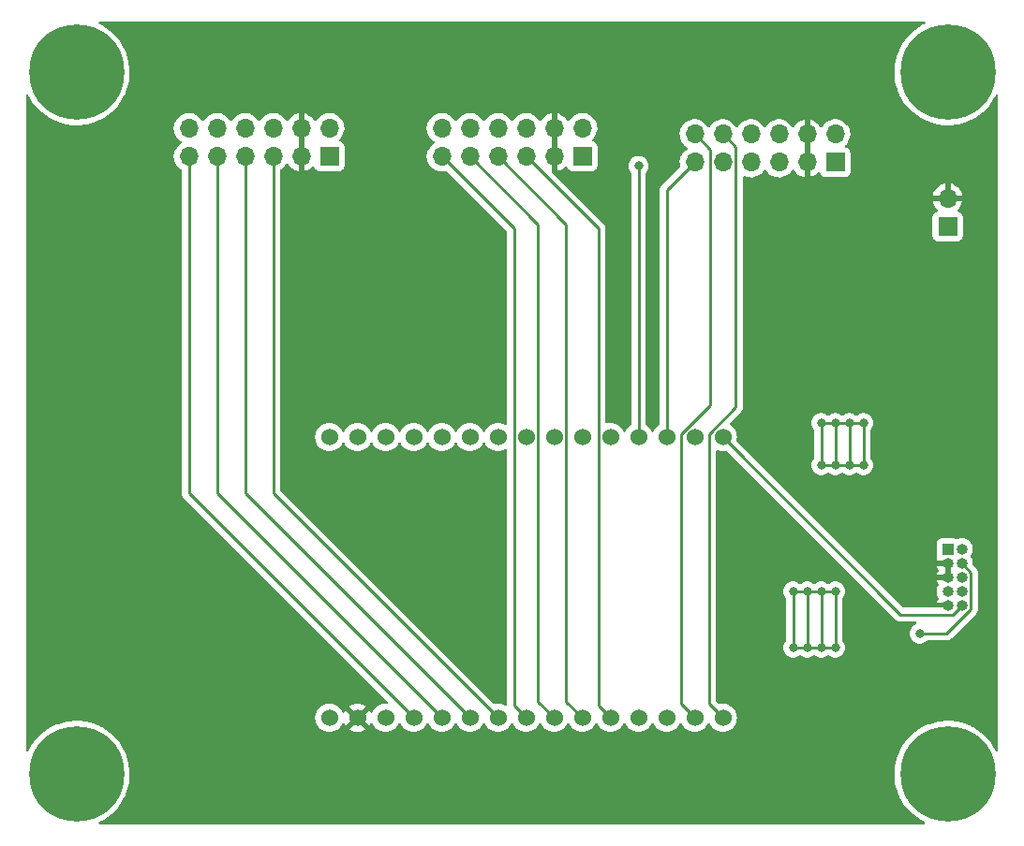
<source format=gbr>
%TF.GenerationSoftware,KiCad,Pcbnew,(6.0.5)*%
%TF.CreationDate,2022-05-29T15:34:50+02:00*%
%TF.ProjectId,pmod_esp32_baseboard,706d6f64-5f65-4737-9033-325f62617365,rev?*%
%TF.SameCoordinates,Original*%
%TF.FileFunction,Copper,L1,Top*%
%TF.FilePolarity,Positive*%
%FSLAX46Y46*%
G04 Gerber Fmt 4.6, Leading zero omitted, Abs format (unit mm)*
G04 Created by KiCad (PCBNEW (6.0.5)) date 2022-05-29 15:34:50*
%MOMM*%
%LPD*%
G01*
G04 APERTURE LIST*
%TA.AperFunction,ComponentPad*%
%ADD10R,1.700000X1.700000*%
%TD*%
%TA.AperFunction,ComponentPad*%
%ADD11O,1.700000X1.700000*%
%TD*%
%TA.AperFunction,ComponentPad*%
%ADD12C,0.900000*%
%TD*%
%TA.AperFunction,ComponentPad*%
%ADD13C,8.600000*%
%TD*%
%TA.AperFunction,ComponentPad*%
%ADD14R,1.000000X1.000000*%
%TD*%
%TA.AperFunction,ComponentPad*%
%ADD15O,1.000000X1.000000*%
%TD*%
%TA.AperFunction,ComponentPad*%
%ADD16C,1.524000*%
%TD*%
%TA.AperFunction,ViaPad*%
%ADD17C,0.800000*%
%TD*%
%TA.AperFunction,Conductor*%
%ADD18C,0.250000*%
%TD*%
G04 APERTURE END LIST*
D10*
%TO.P,PMOD2,1,Pin_1*%
%TO.N,VCC*%
X73660000Y-30480000D03*
D11*
%TO.P,PMOD2,2,Pin_2*%
X73660000Y-27940000D03*
%TO.P,PMOD2,3,Pin_3*%
%TO.N,GND*%
X71120000Y-30480000D03*
%TO.P,PMOD2,4,Pin_4*%
X71120000Y-27940000D03*
%TO.P,PMOD2,5,Pin_5*%
%TO.N,PMOD_SPI_SCK*%
X68580000Y-30480000D03*
%TO.P,PMOD2,6,Pin_6*%
%TO.N,PMOD_SPI_GPIO4_CS3*%
X68580000Y-27940000D03*
%TO.P,PMOD2,7,Pin_7*%
%TO.N,PMOD_SPI_MISO*%
X66040000Y-30480000D03*
%TO.P,PMOD2,8,Pin_8*%
%TO.N,PMOD_SPI_GPIO3_CS2*%
X66040000Y-27940000D03*
%TO.P,PMOD2,9,Pin_9*%
%TO.N,PMOD_SPI_MOSI*%
X63500000Y-30480000D03*
%TO.P,PMOD2,10,Pin_10*%
%TO.N,PMOD_SPI_GPIO2_RESET*%
X63500000Y-27940000D03*
%TO.P,PMOD2,11,Pin_11*%
%TO.N,PMOD_SPI_CS*%
X60960000Y-30480000D03*
%TO.P,PMOD2,12,Pin_12*%
%TO.N,PMOD_SPI_GPIO1_INT*%
X60960000Y-27940000D03*
%TD*%
D10*
%TO.P,PMOD3,1,Pin_1*%
%TO.N,VCC*%
X96520000Y-30480000D03*
D11*
%TO.P,PMOD3,2,Pin_2*%
X96520000Y-27940000D03*
%TO.P,PMOD3,3,Pin_3*%
%TO.N,GND*%
X93980000Y-30480000D03*
%TO.P,PMOD3,4,Pin_4*%
X93980000Y-27940000D03*
%TO.P,PMOD3,5,Pin_5*%
%TO.N,PMOD_UART_RTS*%
X91440000Y-30480000D03*
%TO.P,PMOD3,6,Pin_6*%
%TO.N,PMOD_UART_GPIO4*%
X91440000Y-27940000D03*
%TO.P,PMOD3,7,Pin_7*%
%TO.N,PMOD_UART_RXD*%
X88900000Y-30480000D03*
%TO.P,PMOD3,8,Pin_8*%
%TO.N,PMOD_UART_GPIO3*%
X88900000Y-27940000D03*
%TO.P,PMOD3,9,Pin_9*%
%TO.N,PMOD_UART_TXD*%
X86360000Y-30480000D03*
%TO.P,PMOD3,10,Pin_10*%
%TO.N,PMOD_UART_GPIO2_RESET*%
X86360000Y-27940000D03*
%TO.P,PMOD3,11,Pin_11*%
%TO.N,PMOD_UART_CTS*%
X83820000Y-30480000D03*
%TO.P,PMOD3,12,Pin_12*%
%TO.N,PMOD_UART_GPIO1_INT*%
X83820000Y-27940000D03*
%TD*%
D10*
%TO.P,PMOD1,1,Pin_1*%
%TO.N,VCC*%
X119380000Y-31025000D03*
D11*
%TO.P,PMOD1,2,Pin_2*%
X119380000Y-28485000D03*
%TO.P,PMOD1,3,Pin_3*%
%TO.N,GND*%
X116840000Y-31025000D03*
%TO.P,PMOD1,4,Pin_4*%
X116840000Y-28485000D03*
%TO.P,PMOD1,5,Pin_5*%
%TO.N,PMOD_I2C_SDA*%
X114300000Y-31025000D03*
%TO.P,PMOD1,6,Pin_6*%
%TO.N,PMOD_I2C_GPIO4*%
X114300000Y-28485000D03*
%TO.P,PMOD1,7,Pin_7*%
%TO.N,PMOD_I2C_SCL*%
X111760000Y-31025000D03*
%TO.P,PMOD1,8,Pin_8*%
%TO.N,PMOD_I2C_GPIO3*%
X111760000Y-28485000D03*
%TO.P,PMOD1,9,Pin_9*%
%TO.N,PMOD_I2C_RESET*%
X109220000Y-31025000D03*
%TO.P,PMOD1,10,Pin_10*%
%TO.N,PMOD_I2C_GPIO2*%
X109220000Y-28485000D03*
%TO.P,PMOD1,11,Pin_11*%
%TO.N,PMOD_I2C_INT*%
X106680000Y-31025000D03*
%TO.P,PMOD1,12,Pin_12*%
%TO.N,PMOD_I2C_GPIO1*%
X106680000Y-28485000D03*
%TD*%
D12*
%TO.P,H3,1*%
%TO.N,N/C*%
X53080419Y-84079581D03*
X47575000Y-86360000D03*
X54025000Y-86360000D03*
X53080419Y-88640419D03*
X48519581Y-88640419D03*
X50800000Y-83135000D03*
X48519581Y-84079581D03*
X50800000Y-89585000D03*
D13*
X50800000Y-86360000D03*
%TD*%
D12*
%TO.P,H1,1*%
%TO.N,N/C*%
X50800000Y-26085000D03*
X47575000Y-22860000D03*
X48519581Y-20579581D03*
X54025000Y-22860000D03*
D13*
X50800000Y-22860000D03*
D12*
X50800000Y-19635000D03*
X48519581Y-25140419D03*
X53080419Y-25140419D03*
X53080419Y-20579581D03*
%TD*%
D10*
%TO.P,J1,1,Pin_1*%
%TO.N,VCC*%
X129540000Y-36830000D03*
D11*
%TO.P,J1,2,Pin_2*%
%TO.N,GND*%
X129540000Y-34290000D03*
%TD*%
D12*
%TO.P,H4,1*%
%TO.N,N/C*%
X129540000Y-89585000D03*
X131820419Y-84079581D03*
X129540000Y-83135000D03*
D13*
X129540000Y-86360000D03*
D12*
X127259581Y-88640419D03*
X126315000Y-86360000D03*
X132765000Y-86360000D03*
X127259581Y-84079581D03*
X131820419Y-88640419D03*
%TD*%
D14*
%TO.P,J2,1,Pin_1*%
%TO.N,VCC*%
X129540000Y-66040000D03*
D15*
%TO.P,J2,2,Pin_2*%
%TO.N,JTMS*%
X130810000Y-66040000D03*
%TO.P,J2,3,Pin_3*%
%TO.N,GND*%
X129540000Y-67310000D03*
%TO.P,J2,4,Pin_4*%
%TO.N,JTCK*%
X130810000Y-67310000D03*
%TO.P,J2,5,Pin_5*%
%TO.N,GND*%
X129540000Y-68580000D03*
%TO.P,J2,6,Pin_6*%
%TO.N,JTDO*%
X130810000Y-68580000D03*
%TO.P,J2,7,Pin_7*%
%TO.N,unconnected-(J2-Pad7)*%
X129540000Y-69850000D03*
%TO.P,J2,8,Pin_8*%
%TO.N,JTDI*%
X130810000Y-69850000D03*
%TO.P,J2,9,Pin_9*%
%TO.N,GND*%
X129540000Y-71120000D03*
%TO.P,J2,10,Pin_10*%
%TO.N,~{RST}*%
X130810000Y-71120000D03*
%TD*%
D12*
%TO.P,H2,1*%
%TO.N,N/C*%
X129540000Y-26085000D03*
X132765000Y-22860000D03*
D13*
X129540000Y-22860000D03*
D12*
X131820419Y-20579581D03*
X127259581Y-25140419D03*
X126315000Y-22860000D03*
X127259581Y-20579581D03*
X131820419Y-25140419D03*
X129540000Y-19635000D03*
%TD*%
D16*
%TO.P,U1,1,VIN*%
%TO.N,unconnected-(U1-Pad1)*%
X73660000Y-55880000D03*
%TO.P,U1,2,GND*%
%TO.N,unconnected-(U1-Pad2)*%
X76200000Y-55880000D03*
%TO.P,U1,3,GPIO13*%
%TO.N,JTCK*%
X78740000Y-55880000D03*
%TO.P,U1,4,GPIO12*%
%TO.N,JTDI*%
X81280000Y-55880000D03*
%TO.P,U1,5,GPIO14*%
%TO.N,JTMS*%
X83820000Y-55880000D03*
%TO.P,U1,6,GPIO27*%
%TO.N,PMOD_SPI_GPIO2_RESET*%
X86360000Y-55880000D03*
%TO.P,U1,7,GPIO26*%
%TO.N,PMOD_UART_GPIO2_RESET*%
X88900000Y-55880000D03*
%TO.P,U1,8,GPIO25*%
%TO.N,PMOD_I2C_RESET*%
X91440000Y-55880000D03*
%TO.P,U1,9,GPIO23*%
%TO.N,PMOD_I2C_SCL*%
X93980000Y-55880000D03*
%TO.P,U1,10,GPIO32*%
%TO.N,PMOD_I2C_SDA*%
X96520000Y-55880000D03*
%TO.P,U1,11,GPIO35*%
%TO.N,unconnected-(U1-Pad11)*%
X99060000Y-55880000D03*
%TO.P,U1,12,GPIO34*%
%TO.N,PMOD_UART_GPIO1_INT*%
X101600000Y-55880000D03*
%TO.P,U1,13,GPIO39*%
%TO.N,PMOD_I2C_INT*%
X104140000Y-55880000D03*
%TO.P,U1,14,GPIO36*%
%TO.N,unconnected-(U1-Pad14)*%
X106680000Y-55880000D03*
%TO.P,U1,15,EN*%
%TO.N,~{RST}*%
X109220000Y-55880000D03*
%TO.P,U1,16,GPIO23*%
%TO.N,PMOD_I2C_GPIO2*%
X109220000Y-81280000D03*
%TO.P,U1,17,GPIO22*%
%TO.N,PMOD_I2C_GPIO1*%
X106680000Y-81280000D03*
%TO.P,U1,18,TX0*%
%TO.N,unconnected-(U1-Pad18)*%
X104140000Y-81280000D03*
%TO.P,U1,19,RX0*%
%TO.N,unconnected-(U1-Pad19)*%
X101600000Y-81280000D03*
%TO.P,U1,20,GPIO21*%
%TO.N,PMOD_UART_RTS*%
X99060000Y-81280000D03*
%TO.P,U1,21,GPIO19*%
%TO.N,PMOD_UART_RXD*%
X96520000Y-81280000D03*
%TO.P,U1,22,GPIO18*%
%TO.N,PMOD_UART_TXD*%
X93980000Y-81280000D03*
%TO.P,U1,23,GPIO5*%
%TO.N,PMOD_UART_CTS*%
X91440000Y-81280000D03*
%TO.P,U1,24,GPIO17*%
%TO.N,PMOD_SPI_SCK*%
X88900000Y-81280000D03*
%TO.P,U1,25,GPIO16*%
%TO.N,PMOD_SPI_MISO*%
X86360000Y-81280000D03*
%TO.P,U1,26,GPIO4*%
%TO.N,PMOD_SPI_MOSI*%
X83820000Y-81280000D03*
%TO.P,U1,27,GPIO2*%
%TO.N,PMOD_SPI_CS*%
X81280000Y-81280000D03*
%TO.P,U1,28,GPIO15*%
%TO.N,JTDO*%
X78740000Y-81280000D03*
%TO.P,U1,29,GND*%
%TO.N,GND*%
X76200000Y-81280000D03*
%TO.P,U1,30,3V3*%
%TO.N,VCC*%
X73660000Y-81280000D03*
%TD*%
D17*
%TO.N,PMOD_UART_GPIO1_INT*%
X101600000Y-31358990D03*
%TO.N,VCC*%
X120650000Y-58420000D03*
X118110000Y-74930000D03*
X116840000Y-74930000D03*
X121920000Y-58420000D03*
X119380000Y-54610000D03*
X116840000Y-69850000D03*
X118110000Y-69850000D03*
X115570000Y-69850000D03*
X118110000Y-54610000D03*
X118110000Y-58420000D03*
X119380000Y-74930000D03*
X121920000Y-54610000D03*
X119380000Y-58420000D03*
X119380000Y-69850000D03*
X115570000Y-74930000D03*
X120650000Y-54610000D03*
%TO.N,JTCK*%
X127000000Y-73660000D03*
%TD*%
D18*
%TO.N,PMOD_UART_GPIO1_INT*%
X101600000Y-55880000D02*
X101600000Y-31358990D01*
%TO.N,PMOD_UART_RTS*%
X91440000Y-30480000D02*
X97973489Y-37013489D01*
X97973489Y-80193489D02*
X99060000Y-81280000D01*
X97973489Y-37013489D02*
X97973489Y-80193489D01*
%TO.N,PMOD_UART_RXD*%
X95066511Y-36646511D02*
X95066511Y-79826511D01*
X95066511Y-79826511D02*
X96520000Y-81280000D01*
X88900000Y-30480000D02*
X95066511Y-36646511D01*
%TO.N,PMOD_UART_TXD*%
X86360000Y-30480000D02*
X92526511Y-36646511D01*
X92526511Y-36646511D02*
X92526511Y-79826511D01*
X92526511Y-79826511D02*
X93980000Y-81280000D01*
%TO.N,PMOD_UART_CTS*%
X90353489Y-80193489D02*
X90353489Y-37013489D01*
X91440000Y-81280000D02*
X90353489Y-80193489D01*
X90353489Y-37013489D02*
X83820000Y-30480000D01*
%TO.N,VCC*%
X119380000Y-54610000D02*
X119380000Y-58420000D01*
X121920000Y-54610000D02*
X118110000Y-54610000D01*
X116840000Y-74930000D02*
X116840000Y-69850000D01*
X115570000Y-69850000D02*
X115570000Y-74930000D01*
X115570000Y-69850000D02*
X116840000Y-69850000D01*
X119380000Y-69850000D02*
X119380000Y-74930000D01*
X120650000Y-58420000D02*
X120650000Y-54610000D01*
X115570000Y-74930000D02*
X119380000Y-74930000D01*
X119380000Y-69850000D02*
X115570000Y-69850000D01*
X118110000Y-54610000D02*
X118110000Y-58420000D01*
X118110000Y-69850000D02*
X118110000Y-74930000D01*
X118110000Y-58420000D02*
X121920000Y-58420000D01*
X121920000Y-58420000D02*
X121920000Y-54610000D01*
%TO.N,PMOD_SPI_SCK*%
X88900000Y-81280000D02*
X68580000Y-60960000D01*
X68580000Y-60960000D02*
X68580000Y-30480000D01*
%TO.N,PMOD_SPI_MOSI*%
X63500000Y-30480000D02*
X63500000Y-60960000D01*
X63500000Y-60960000D02*
X83820000Y-81280000D01*
%TO.N,PMOD_SPI_MISO*%
X86360000Y-81280000D02*
X66040000Y-60960000D01*
X66040000Y-60960000D02*
X66040000Y-30480000D01*
%TO.N,PMOD_SPI_CS*%
X60960000Y-60960000D02*
X60960000Y-30480000D01*
X81280000Y-81280000D02*
X60960000Y-60960000D01*
%TO.N,PMOD_I2C_INT*%
X104140000Y-55880000D02*
X104140000Y-33565000D01*
X104140000Y-33565000D02*
X106680000Y-31025000D01*
%TO.N,PMOD_I2C_GPIO2*%
X110394511Y-29659511D02*
X110394511Y-53168929D01*
X109220000Y-28485000D02*
X110394511Y-29659511D01*
X109220000Y-81280000D02*
X107950000Y-80010000D01*
X110394511Y-53168929D02*
X107950000Y-55613440D01*
X107950000Y-55613440D02*
X107950000Y-80010000D01*
%TO.N,PMOD_I2C_GPIO1*%
X106680000Y-81280000D02*
X105410000Y-80010000D01*
X108045489Y-52977951D02*
X105410000Y-55613440D01*
X106680000Y-28485000D02*
X108045489Y-29850489D01*
X105410000Y-55613440D02*
X105410000Y-80010000D01*
X108045489Y-29850489D02*
X108045489Y-52977951D01*
%TO.N,JTCK*%
X127000000Y-73660000D02*
X129436036Y-73660000D01*
X131634511Y-71461525D02*
X131634511Y-68134511D01*
X131634511Y-68134511D02*
X130810000Y-67310000D01*
X129436036Y-73660000D02*
X131634511Y-71461525D01*
%TO.N,~{RST}*%
X129985489Y-71944511D02*
X125284511Y-71944511D01*
X125284511Y-71944511D02*
X109220000Y-55880000D01*
X130810000Y-71120000D02*
X129985489Y-71944511D01*
%TD*%
%TA.AperFunction,Conductor*%
%TO.N,GND*%
G36*
X127464543Y-18308502D02*
G01*
X127511036Y-18362158D01*
X127521140Y-18432432D01*
X127491646Y-18497012D01*
X127449173Y-18528926D01*
X127332361Y-18582777D01*
X126960880Y-18795957D01*
X126958577Y-18797566D01*
X126958570Y-18797571D01*
X126612129Y-19039701D01*
X126609820Y-19041315D01*
X126281961Y-19316909D01*
X125979899Y-19620557D01*
X125706025Y-19949855D01*
X125462508Y-20302194D01*
X125251276Y-20674786D01*
X125074002Y-21064680D01*
X125073080Y-21067306D01*
X125073075Y-21067318D01*
X125033633Y-21179634D01*
X124932089Y-21468790D01*
X124826661Y-21883914D01*
X124758552Y-22306768D01*
X124728302Y-22734001D01*
X124736151Y-23162233D01*
X124782036Y-23588071D01*
X124865594Y-24008144D01*
X124986163Y-24419127D01*
X124987190Y-24421740D01*
X124987190Y-24421741D01*
X125125651Y-24774145D01*
X125142789Y-24817765D01*
X125201316Y-24934896D01*
X125312161Y-25156731D01*
X125334231Y-25200901D01*
X125558974Y-25565502D01*
X125815239Y-25908682D01*
X125817100Y-25910760D01*
X125817101Y-25910761D01*
X126099127Y-26225637D01*
X126099133Y-26225643D01*
X126100995Y-26227722D01*
X126413981Y-26520098D01*
X126751719Y-26783493D01*
X127111533Y-27015822D01*
X127114012Y-27017126D01*
X127114015Y-27017128D01*
X127488077Y-27213932D01*
X127488083Y-27213935D01*
X127490577Y-27215247D01*
X127493175Y-27216331D01*
X127493179Y-27216333D01*
X127883263Y-27379109D01*
X127883268Y-27379111D01*
X127885847Y-27380187D01*
X127888512Y-27381030D01*
X127888518Y-27381032D01*
X128110561Y-27451254D01*
X128294214Y-27509336D01*
X128712446Y-27601673D01*
X128715220Y-27602031D01*
X128715221Y-27602031D01*
X129134460Y-27656109D01*
X129134467Y-27656110D01*
X129137230Y-27656466D01*
X129140017Y-27656576D01*
X129140023Y-27656576D01*
X129388238Y-27666328D01*
X129565203Y-27673281D01*
X129567995Y-27673142D01*
X129568000Y-27673142D01*
X129990172Y-27652125D01*
X129990181Y-27652124D01*
X129992976Y-27651985D01*
X129995753Y-27651597D01*
X129995755Y-27651597D01*
X130070066Y-27641219D01*
X130417163Y-27592747D01*
X130834404Y-27496036D01*
X131048307Y-27425915D01*
X131238744Y-27363487D01*
X131238750Y-27363485D01*
X131241397Y-27362617D01*
X131634918Y-27193547D01*
X131680792Y-27168795D01*
X131761652Y-27125165D01*
X132011852Y-26990164D01*
X132369214Y-26754080D01*
X132704175Y-26487162D01*
X133014082Y-26191525D01*
X133015919Y-26189431D01*
X133015927Y-26189422D01*
X133294635Y-25871616D01*
X133296482Y-25869510D01*
X133549139Y-25523666D01*
X133550585Y-25521265D01*
X133768601Y-25159142D01*
X133768606Y-25159133D01*
X133770052Y-25156731D01*
X133872204Y-24946823D01*
X133919998Y-24894323D01*
X133988588Y-24875997D01*
X134056198Y-24897663D01*
X134101362Y-24952442D01*
X134111500Y-25001959D01*
X134111500Y-84209490D01*
X134091498Y-84277611D01*
X134037842Y-84324104D01*
X133967568Y-84334208D01*
X133902988Y-84304714D01*
X133874300Y-84268740D01*
X133822939Y-84172347D01*
X133683050Y-83909807D01*
X133448840Y-83551214D01*
X133183680Y-83214860D01*
X132889670Y-82903409D01*
X132887579Y-82901556D01*
X132887571Y-82901548D01*
X132571237Y-82621188D01*
X132571235Y-82621186D01*
X132569137Y-82619327D01*
X132224621Y-82364863D01*
X132031733Y-82247355D01*
X131861237Y-82143487D01*
X131861230Y-82143483D01*
X131858848Y-82142032D01*
X131773172Y-82099781D01*
X131518565Y-81974223D01*
X131474714Y-81952598D01*
X131075262Y-81798062D01*
X130772243Y-81710886D01*
X130666335Y-81680417D01*
X130666329Y-81680415D01*
X130663654Y-81679646D01*
X130660917Y-81679117D01*
X130660911Y-81679115D01*
X130481521Y-81644408D01*
X130243148Y-81598289D01*
X130240374Y-81598005D01*
X130240362Y-81598003D01*
X129957111Y-81568982D01*
X129817076Y-81554634D01*
X129814286Y-81554597D01*
X129814278Y-81554597D01*
X129546825Y-81551096D01*
X129388809Y-81549028D01*
X129386009Y-81549241D01*
X129386008Y-81549241D01*
X129311364Y-81554919D01*
X128961740Y-81581514D01*
X128539249Y-81651836D01*
X128453671Y-81674048D01*
X128127400Y-81758731D01*
X128127389Y-81758734D01*
X128124682Y-81759437D01*
X127866575Y-81851599D01*
X127723964Y-81902520D01*
X127723959Y-81902522D01*
X127721321Y-81903464D01*
X127718781Y-81904635D01*
X127718776Y-81904637D01*
X127568013Y-81974140D01*
X127332361Y-82082777D01*
X127329938Y-82084167D01*
X127329935Y-82084169D01*
X127245422Y-82132668D01*
X126960880Y-82295957D01*
X126958577Y-82297566D01*
X126958570Y-82297571D01*
X126617479Y-82535962D01*
X126609820Y-82541315D01*
X126281961Y-82816909D01*
X125979899Y-83120557D01*
X125706025Y-83449855D01*
X125462508Y-83802194D01*
X125251276Y-84174786D01*
X125074002Y-84564680D01*
X125073080Y-84567306D01*
X125073075Y-84567318D01*
X125033633Y-84679634D01*
X124932089Y-84968790D01*
X124826661Y-85383914D01*
X124758552Y-85806768D01*
X124728302Y-86234001D01*
X124736151Y-86662233D01*
X124782036Y-87088071D01*
X124865594Y-87508144D01*
X124986163Y-87919127D01*
X124987190Y-87921740D01*
X124987190Y-87921741D01*
X125125651Y-88274145D01*
X125142789Y-88317765D01*
X125201316Y-88434896D01*
X125312161Y-88656731D01*
X125334231Y-88700901D01*
X125558974Y-89065502D01*
X125815239Y-89408682D01*
X125817100Y-89410760D01*
X125817101Y-89410761D01*
X126099127Y-89725637D01*
X126099133Y-89725643D01*
X126100995Y-89727722D01*
X126413981Y-90020098D01*
X126751719Y-90283493D01*
X127111533Y-90515822D01*
X127114012Y-90517126D01*
X127114015Y-90517128D01*
X127450178Y-90693992D01*
X127501151Y-90743411D01*
X127517314Y-90812544D01*
X127493535Y-90879440D01*
X127437364Y-90922860D01*
X127391511Y-90931500D01*
X52952547Y-90931500D01*
X52884426Y-90911498D01*
X52837933Y-90857842D01*
X52827829Y-90787568D01*
X52857323Y-90722988D01*
X52895166Y-90694006D01*
X52894918Y-90693547D01*
X53271852Y-90490164D01*
X53629214Y-90254080D01*
X53964175Y-89987162D01*
X54274082Y-89691525D01*
X54275919Y-89689431D01*
X54275927Y-89689422D01*
X54554635Y-89371616D01*
X54556482Y-89369510D01*
X54809139Y-89023666D01*
X54810585Y-89021265D01*
X55028601Y-88659142D01*
X55028606Y-88659133D01*
X55030052Y-88656731D01*
X55165551Y-88378299D01*
X55216238Y-88274145D01*
X55216239Y-88274142D01*
X55217471Y-88271611D01*
X55350724Y-87921741D01*
X55368918Y-87873971D01*
X55368920Y-87873964D01*
X55369914Y-87871355D01*
X55486173Y-87459132D01*
X55555433Y-87090822D01*
X55564811Y-87040954D01*
X55564813Y-87040942D01*
X55565327Y-87038207D01*
X55606750Y-86611911D01*
X55608194Y-86556780D01*
X55613289Y-86362234D01*
X55613289Y-86362220D01*
X55613347Y-86360000D01*
X55594291Y-85932121D01*
X55537275Y-85507630D01*
X55508666Y-85381193D01*
X55443368Y-85092618D01*
X55443368Y-85092617D01*
X55442750Y-85089887D01*
X55311463Y-84682202D01*
X55158635Y-84321285D01*
X55145550Y-84290384D01*
X55145548Y-84290379D01*
X55144456Y-84287801D01*
X54943050Y-83909807D01*
X54708840Y-83551214D01*
X54443680Y-83214860D01*
X54149670Y-82903409D01*
X54147579Y-82901556D01*
X54147571Y-82901548D01*
X53831237Y-82621188D01*
X53831235Y-82621186D01*
X53829137Y-82619327D01*
X53484621Y-82364863D01*
X53291733Y-82247355D01*
X53121237Y-82143487D01*
X53121230Y-82143483D01*
X53118848Y-82142032D01*
X53033172Y-82099781D01*
X52778565Y-81974223D01*
X52734714Y-81952598D01*
X52335262Y-81798062D01*
X52032243Y-81710886D01*
X51926335Y-81680417D01*
X51926329Y-81680415D01*
X51923654Y-81679646D01*
X51920917Y-81679117D01*
X51920911Y-81679115D01*
X51741521Y-81644408D01*
X51503148Y-81598289D01*
X51500374Y-81598005D01*
X51500362Y-81598003D01*
X51217111Y-81568982D01*
X51077076Y-81554634D01*
X51074286Y-81554597D01*
X51074278Y-81554597D01*
X50806825Y-81551096D01*
X50648809Y-81549028D01*
X50646009Y-81549241D01*
X50646008Y-81549241D01*
X50571364Y-81554919D01*
X50221740Y-81581514D01*
X49799249Y-81651836D01*
X49713671Y-81674048D01*
X49387400Y-81758731D01*
X49387389Y-81758734D01*
X49384682Y-81759437D01*
X49126575Y-81851599D01*
X48983964Y-81902520D01*
X48983959Y-81902522D01*
X48981321Y-81903464D01*
X48978781Y-81904635D01*
X48978776Y-81904637D01*
X48828013Y-81974140D01*
X48592361Y-82082777D01*
X48589938Y-82084167D01*
X48589935Y-82084169D01*
X48505422Y-82132668D01*
X48220880Y-82295957D01*
X48218577Y-82297566D01*
X48218570Y-82297571D01*
X47877479Y-82535962D01*
X47869820Y-82541315D01*
X47541961Y-82816909D01*
X47239899Y-83120557D01*
X46966025Y-83449855D01*
X46722508Y-83802194D01*
X46511276Y-84174786D01*
X46510117Y-84177335D01*
X46510115Y-84177339D01*
X46469201Y-84267325D01*
X46422797Y-84321058D01*
X46354710Y-84341174D01*
X46286556Y-84321285D01*
X46239974Y-84267707D01*
X46228500Y-84215174D01*
X46228500Y-81280000D01*
X72384647Y-81280000D01*
X72404022Y-81501463D01*
X72461560Y-81716196D01*
X72463882Y-81721177D01*
X72463883Y-81721178D01*
X72553186Y-81912689D01*
X72553189Y-81912694D01*
X72555512Y-81917676D01*
X72558668Y-81922183D01*
X72558669Y-81922185D01*
X72671117Y-82082777D01*
X72683023Y-82099781D01*
X72840219Y-82256977D01*
X72844727Y-82260134D01*
X72844730Y-82260136D01*
X72893890Y-82294558D01*
X73022323Y-82384488D01*
X73027305Y-82386811D01*
X73027310Y-82386814D01*
X73217810Y-82475645D01*
X73223804Y-82478440D01*
X73229112Y-82479862D01*
X73229114Y-82479863D01*
X73294949Y-82497503D01*
X73438537Y-82535978D01*
X73660000Y-82555353D01*
X73881463Y-82535978D01*
X74025051Y-82497503D01*
X74090886Y-82479863D01*
X74090888Y-82479862D01*
X74096196Y-82478440D01*
X74102190Y-82475645D01*
X74292690Y-82386814D01*
X74292695Y-82386811D01*
X74297677Y-82384488D01*
X74362959Y-82338777D01*
X75505777Y-82338777D01*
X75515074Y-82350793D01*
X75558069Y-82380898D01*
X75567555Y-82386376D01*
X75758993Y-82475645D01*
X75769285Y-82479391D01*
X75973309Y-82534059D01*
X75984104Y-82535962D01*
X76194525Y-82554372D01*
X76205475Y-82554372D01*
X76415896Y-82535962D01*
X76426691Y-82534059D01*
X76630715Y-82479391D01*
X76641007Y-82475645D01*
X76832445Y-82386376D01*
X76841931Y-82380898D01*
X76885764Y-82350207D01*
X76894139Y-82339729D01*
X76887071Y-82326281D01*
X76212812Y-81652022D01*
X76198868Y-81644408D01*
X76197035Y-81644539D01*
X76190420Y-81648790D01*
X75512207Y-82327003D01*
X75505777Y-82338777D01*
X74362959Y-82338777D01*
X74426110Y-82294558D01*
X74475270Y-82260136D01*
X74475273Y-82260134D01*
X74479781Y-82256977D01*
X74636977Y-82099781D01*
X74648884Y-82082777D01*
X74761331Y-81922185D01*
X74761332Y-81922183D01*
X74764488Y-81917676D01*
X74766811Y-81912694D01*
X74766814Y-81912689D01*
X74816081Y-81807035D01*
X74862999Y-81753750D01*
X74931276Y-81734289D01*
X74999236Y-81754831D01*
X75044471Y-81807035D01*
X75093623Y-81912441D01*
X75099103Y-81921932D01*
X75129794Y-81965765D01*
X75140271Y-81974140D01*
X75153718Y-81967072D01*
X75827978Y-81292812D01*
X75835592Y-81278868D01*
X75835461Y-81277035D01*
X75831210Y-81270420D01*
X75152997Y-80592207D01*
X75141223Y-80585777D01*
X75129207Y-80595074D01*
X75099103Y-80638068D01*
X75093623Y-80647559D01*
X75044471Y-80752965D01*
X74997553Y-80806250D01*
X74929276Y-80825711D01*
X74861316Y-80805169D01*
X74816081Y-80752965D01*
X74766814Y-80647311D01*
X74766811Y-80647306D01*
X74764488Y-80642324D01*
X74761331Y-80637815D01*
X74640136Y-80464730D01*
X74640134Y-80464727D01*
X74636977Y-80460219D01*
X74479781Y-80303023D01*
X74475273Y-80299866D01*
X74475270Y-80299864D01*
X74394415Y-80243249D01*
X74361599Y-80220271D01*
X75505860Y-80220271D01*
X75512928Y-80233718D01*
X76187188Y-80907978D01*
X76201132Y-80915592D01*
X76202965Y-80915461D01*
X76209580Y-80911210D01*
X76887793Y-80232997D01*
X76894223Y-80221223D01*
X76884926Y-80209207D01*
X76841931Y-80179102D01*
X76832445Y-80173624D01*
X76641007Y-80084355D01*
X76630715Y-80080609D01*
X76426691Y-80025941D01*
X76415896Y-80024038D01*
X76205475Y-80005628D01*
X76194525Y-80005628D01*
X75984104Y-80024038D01*
X75973309Y-80025941D01*
X75769285Y-80080609D01*
X75758993Y-80084355D01*
X75567559Y-80173623D01*
X75558068Y-80179103D01*
X75514235Y-80209794D01*
X75505860Y-80220271D01*
X74361599Y-80220271D01*
X74297677Y-80175512D01*
X74292695Y-80173189D01*
X74292690Y-80173186D01*
X74101178Y-80083883D01*
X74101177Y-80083882D01*
X74096196Y-80081560D01*
X74090888Y-80080138D01*
X74090886Y-80080137D01*
X73977876Y-80049856D01*
X73881463Y-80024022D01*
X73660000Y-80004647D01*
X73438537Y-80024022D01*
X73342124Y-80049856D01*
X73229114Y-80080137D01*
X73229112Y-80080138D01*
X73223804Y-80081560D01*
X73218823Y-80083882D01*
X73218822Y-80083883D01*
X73027311Y-80173186D01*
X73027306Y-80173189D01*
X73022324Y-80175512D01*
X73017817Y-80178668D01*
X73017815Y-80178669D01*
X72844730Y-80299864D01*
X72844727Y-80299866D01*
X72840219Y-80303023D01*
X72683023Y-80460219D01*
X72679866Y-80464727D01*
X72679864Y-80464730D01*
X72558669Y-80637815D01*
X72555512Y-80642324D01*
X72553189Y-80647306D01*
X72553186Y-80647311D01*
X72504195Y-80752373D01*
X72461560Y-80843804D01*
X72404022Y-81058537D01*
X72384647Y-81280000D01*
X46228500Y-81280000D01*
X46228500Y-30446695D01*
X59597251Y-30446695D01*
X59597548Y-30451848D01*
X59597548Y-30451851D01*
X59603743Y-30559297D01*
X59610110Y-30669715D01*
X59611247Y-30674761D01*
X59611248Y-30674767D01*
X59631491Y-30764588D01*
X59659222Y-30887639D01*
X59743266Y-31094616D01*
X59785039Y-31162784D01*
X59857291Y-31280688D01*
X59859987Y-31285088D01*
X60006250Y-31453938D01*
X60178126Y-31596632D01*
X60182593Y-31599242D01*
X60264070Y-31646853D01*
X60312794Y-31698491D01*
X60326500Y-31755641D01*
X60326500Y-60881233D01*
X60325973Y-60892416D01*
X60324298Y-60899909D01*
X60324547Y-60907835D01*
X60324547Y-60907836D01*
X60326438Y-60967986D01*
X60326500Y-60971945D01*
X60326500Y-60999856D01*
X60326997Y-61003790D01*
X60326997Y-61003791D01*
X60327005Y-61003856D01*
X60327938Y-61015693D01*
X60329327Y-61059889D01*
X60334978Y-61079339D01*
X60338987Y-61098700D01*
X60341526Y-61118797D01*
X60344445Y-61126168D01*
X60344445Y-61126170D01*
X60357804Y-61159912D01*
X60361649Y-61171142D01*
X60373982Y-61213593D01*
X60378015Y-61220412D01*
X60378017Y-61220417D01*
X60384293Y-61231028D01*
X60392988Y-61248776D01*
X60400448Y-61267617D01*
X60405110Y-61274033D01*
X60405110Y-61274034D01*
X60426436Y-61303387D01*
X60432952Y-61313307D01*
X60455458Y-61351362D01*
X60469779Y-61365683D01*
X60482619Y-61380716D01*
X60494528Y-61397107D01*
X60500634Y-61402158D01*
X60528605Y-61425298D01*
X60537384Y-61433288D01*
X78899309Y-79795213D01*
X78933335Y-79857525D01*
X78928270Y-79928340D01*
X78885723Y-79985176D01*
X78819203Y-80009987D01*
X78799233Y-80009829D01*
X78745475Y-80005126D01*
X78740000Y-80004647D01*
X78518537Y-80024022D01*
X78422124Y-80049856D01*
X78309114Y-80080137D01*
X78309112Y-80080138D01*
X78303804Y-80081560D01*
X78298823Y-80083882D01*
X78298822Y-80083883D01*
X78107311Y-80173186D01*
X78107306Y-80173189D01*
X78102324Y-80175512D01*
X78097817Y-80178668D01*
X78097815Y-80178669D01*
X77924730Y-80299864D01*
X77924727Y-80299866D01*
X77920219Y-80303023D01*
X77763023Y-80460219D01*
X77759866Y-80464727D01*
X77759864Y-80464730D01*
X77638669Y-80637815D01*
X77635512Y-80642324D01*
X77633189Y-80647306D01*
X77633186Y-80647311D01*
X77583919Y-80752965D01*
X77537001Y-80806250D01*
X77468724Y-80825711D01*
X77400764Y-80805169D01*
X77355529Y-80752965D01*
X77306377Y-80647559D01*
X77300897Y-80638068D01*
X77270206Y-80594235D01*
X77259729Y-80585860D01*
X77246282Y-80592928D01*
X76572022Y-81267188D01*
X76564408Y-81281132D01*
X76564539Y-81282965D01*
X76568790Y-81289580D01*
X77247003Y-81967793D01*
X77258777Y-81974223D01*
X77270793Y-81964926D01*
X77300897Y-81921932D01*
X77306377Y-81912441D01*
X77355529Y-81807035D01*
X77402447Y-81753750D01*
X77470724Y-81734289D01*
X77538684Y-81754831D01*
X77583919Y-81807035D01*
X77633186Y-81912689D01*
X77633189Y-81912694D01*
X77635512Y-81917676D01*
X77638668Y-81922183D01*
X77638669Y-81922185D01*
X77751117Y-82082777D01*
X77763023Y-82099781D01*
X77920219Y-82256977D01*
X77924727Y-82260134D01*
X77924730Y-82260136D01*
X77973890Y-82294558D01*
X78102323Y-82384488D01*
X78107305Y-82386811D01*
X78107310Y-82386814D01*
X78297810Y-82475645D01*
X78303804Y-82478440D01*
X78309112Y-82479862D01*
X78309114Y-82479863D01*
X78374949Y-82497503D01*
X78518537Y-82535978D01*
X78740000Y-82555353D01*
X78961463Y-82535978D01*
X79105051Y-82497503D01*
X79170886Y-82479863D01*
X79170888Y-82479862D01*
X79176196Y-82478440D01*
X79182190Y-82475645D01*
X79372690Y-82386814D01*
X79372695Y-82386811D01*
X79377677Y-82384488D01*
X79506110Y-82294558D01*
X79555270Y-82260136D01*
X79555273Y-82260134D01*
X79559781Y-82256977D01*
X79716977Y-82099781D01*
X79728884Y-82082777D01*
X79841331Y-81922185D01*
X79841332Y-81922183D01*
X79844488Y-81917676D01*
X79846811Y-81912694D01*
X79846814Y-81912689D01*
X79895805Y-81807627D01*
X79942723Y-81754342D01*
X80011000Y-81734881D01*
X80078960Y-81755423D01*
X80124195Y-81807627D01*
X80173186Y-81912689D01*
X80173189Y-81912694D01*
X80175512Y-81917676D01*
X80178668Y-81922183D01*
X80178669Y-81922185D01*
X80291117Y-82082777D01*
X80303023Y-82099781D01*
X80460219Y-82256977D01*
X80464727Y-82260134D01*
X80464730Y-82260136D01*
X80513890Y-82294558D01*
X80642323Y-82384488D01*
X80647305Y-82386811D01*
X80647310Y-82386814D01*
X80837810Y-82475645D01*
X80843804Y-82478440D01*
X80849112Y-82479862D01*
X80849114Y-82479863D01*
X80914949Y-82497503D01*
X81058537Y-82535978D01*
X81280000Y-82555353D01*
X81501463Y-82535978D01*
X81645051Y-82497503D01*
X81710886Y-82479863D01*
X81710888Y-82479862D01*
X81716196Y-82478440D01*
X81722190Y-82475645D01*
X81912690Y-82386814D01*
X81912695Y-82386811D01*
X81917677Y-82384488D01*
X82046110Y-82294558D01*
X82095270Y-82260136D01*
X82095273Y-82260134D01*
X82099781Y-82256977D01*
X82256977Y-82099781D01*
X82268884Y-82082777D01*
X82381331Y-81922185D01*
X82381332Y-81922183D01*
X82384488Y-81917676D01*
X82386811Y-81912694D01*
X82386814Y-81912689D01*
X82435805Y-81807627D01*
X82482723Y-81754342D01*
X82551000Y-81734881D01*
X82618960Y-81755423D01*
X82664195Y-81807627D01*
X82713186Y-81912689D01*
X82713189Y-81912694D01*
X82715512Y-81917676D01*
X82718668Y-81922183D01*
X82718669Y-81922185D01*
X82831117Y-82082777D01*
X82843023Y-82099781D01*
X83000219Y-82256977D01*
X83004727Y-82260134D01*
X83004730Y-82260136D01*
X83053890Y-82294558D01*
X83182323Y-82384488D01*
X83187305Y-82386811D01*
X83187310Y-82386814D01*
X83377810Y-82475645D01*
X83383804Y-82478440D01*
X83389112Y-82479862D01*
X83389114Y-82479863D01*
X83454949Y-82497503D01*
X83598537Y-82535978D01*
X83820000Y-82555353D01*
X84041463Y-82535978D01*
X84185051Y-82497503D01*
X84250886Y-82479863D01*
X84250888Y-82479862D01*
X84256196Y-82478440D01*
X84262190Y-82475645D01*
X84452690Y-82386814D01*
X84452695Y-82386811D01*
X84457677Y-82384488D01*
X84586110Y-82294558D01*
X84635270Y-82260136D01*
X84635273Y-82260134D01*
X84639781Y-82256977D01*
X84796977Y-82099781D01*
X84808884Y-82082777D01*
X84921331Y-81922185D01*
X84921332Y-81922183D01*
X84924488Y-81917676D01*
X84926811Y-81912694D01*
X84926814Y-81912689D01*
X84975805Y-81807627D01*
X85022723Y-81754342D01*
X85091000Y-81734881D01*
X85158960Y-81755423D01*
X85204195Y-81807627D01*
X85253186Y-81912689D01*
X85253189Y-81912694D01*
X85255512Y-81917676D01*
X85258668Y-81922183D01*
X85258669Y-81922185D01*
X85371117Y-82082777D01*
X85383023Y-82099781D01*
X85540219Y-82256977D01*
X85544727Y-82260134D01*
X85544730Y-82260136D01*
X85593890Y-82294558D01*
X85722323Y-82384488D01*
X85727305Y-82386811D01*
X85727310Y-82386814D01*
X85917810Y-82475645D01*
X85923804Y-82478440D01*
X85929112Y-82479862D01*
X85929114Y-82479863D01*
X85994949Y-82497503D01*
X86138537Y-82535978D01*
X86360000Y-82555353D01*
X86581463Y-82535978D01*
X86725051Y-82497503D01*
X86790886Y-82479863D01*
X86790888Y-82479862D01*
X86796196Y-82478440D01*
X86802190Y-82475645D01*
X86992690Y-82386814D01*
X86992695Y-82386811D01*
X86997677Y-82384488D01*
X87126110Y-82294558D01*
X87175270Y-82260136D01*
X87175273Y-82260134D01*
X87179781Y-82256977D01*
X87336977Y-82099781D01*
X87348884Y-82082777D01*
X87461331Y-81922185D01*
X87461332Y-81922183D01*
X87464488Y-81917676D01*
X87466811Y-81912694D01*
X87466814Y-81912689D01*
X87515805Y-81807627D01*
X87562723Y-81754342D01*
X87631000Y-81734881D01*
X87698960Y-81755423D01*
X87744195Y-81807627D01*
X87793186Y-81912689D01*
X87793189Y-81912694D01*
X87795512Y-81917676D01*
X87798668Y-81922183D01*
X87798669Y-81922185D01*
X87911117Y-82082777D01*
X87923023Y-82099781D01*
X88080219Y-82256977D01*
X88084727Y-82260134D01*
X88084730Y-82260136D01*
X88133890Y-82294558D01*
X88262323Y-82384488D01*
X88267305Y-82386811D01*
X88267310Y-82386814D01*
X88457810Y-82475645D01*
X88463804Y-82478440D01*
X88469112Y-82479862D01*
X88469114Y-82479863D01*
X88534949Y-82497503D01*
X88678537Y-82535978D01*
X88900000Y-82555353D01*
X89121463Y-82535978D01*
X89265051Y-82497503D01*
X89330886Y-82479863D01*
X89330888Y-82479862D01*
X89336196Y-82478440D01*
X89342190Y-82475645D01*
X89532690Y-82386814D01*
X89532695Y-82386811D01*
X89537677Y-82384488D01*
X89666110Y-82294558D01*
X89715270Y-82260136D01*
X89715273Y-82260134D01*
X89719781Y-82256977D01*
X89876977Y-82099781D01*
X89888884Y-82082777D01*
X90001331Y-81922185D01*
X90001332Y-81922183D01*
X90004488Y-81917676D01*
X90006811Y-81912694D01*
X90006814Y-81912689D01*
X90055805Y-81807627D01*
X90102723Y-81754342D01*
X90171000Y-81734881D01*
X90238960Y-81755423D01*
X90284195Y-81807627D01*
X90333186Y-81912689D01*
X90333189Y-81912694D01*
X90335512Y-81917676D01*
X90338668Y-81922183D01*
X90338669Y-81922185D01*
X90451117Y-82082777D01*
X90463023Y-82099781D01*
X90620219Y-82256977D01*
X90624727Y-82260134D01*
X90624730Y-82260136D01*
X90673890Y-82294558D01*
X90802323Y-82384488D01*
X90807305Y-82386811D01*
X90807310Y-82386814D01*
X90997810Y-82475645D01*
X91003804Y-82478440D01*
X91009112Y-82479862D01*
X91009114Y-82479863D01*
X91074949Y-82497503D01*
X91218537Y-82535978D01*
X91440000Y-82555353D01*
X91661463Y-82535978D01*
X91805051Y-82497503D01*
X91870886Y-82479863D01*
X91870888Y-82479862D01*
X91876196Y-82478440D01*
X91882190Y-82475645D01*
X92072690Y-82386814D01*
X92072695Y-82386811D01*
X92077677Y-82384488D01*
X92206110Y-82294558D01*
X92255270Y-82260136D01*
X92255273Y-82260134D01*
X92259781Y-82256977D01*
X92416977Y-82099781D01*
X92428884Y-82082777D01*
X92541331Y-81922185D01*
X92541332Y-81922183D01*
X92544488Y-81917676D01*
X92546811Y-81912694D01*
X92546814Y-81912689D01*
X92595805Y-81807627D01*
X92642723Y-81754342D01*
X92711000Y-81734881D01*
X92778960Y-81755423D01*
X92824195Y-81807627D01*
X92873186Y-81912689D01*
X92873189Y-81912694D01*
X92875512Y-81917676D01*
X92878668Y-81922183D01*
X92878669Y-81922185D01*
X92991117Y-82082777D01*
X93003023Y-82099781D01*
X93160219Y-82256977D01*
X93164727Y-82260134D01*
X93164730Y-82260136D01*
X93213890Y-82294558D01*
X93342323Y-82384488D01*
X93347305Y-82386811D01*
X93347310Y-82386814D01*
X93537810Y-82475645D01*
X93543804Y-82478440D01*
X93549112Y-82479862D01*
X93549114Y-82479863D01*
X93614949Y-82497503D01*
X93758537Y-82535978D01*
X93980000Y-82555353D01*
X94201463Y-82535978D01*
X94345051Y-82497503D01*
X94410886Y-82479863D01*
X94410888Y-82479862D01*
X94416196Y-82478440D01*
X94422190Y-82475645D01*
X94612690Y-82386814D01*
X94612695Y-82386811D01*
X94617677Y-82384488D01*
X94746110Y-82294558D01*
X94795270Y-82260136D01*
X94795273Y-82260134D01*
X94799781Y-82256977D01*
X94956977Y-82099781D01*
X94968884Y-82082777D01*
X95081331Y-81922185D01*
X95081332Y-81922183D01*
X95084488Y-81917676D01*
X95086811Y-81912694D01*
X95086814Y-81912689D01*
X95135805Y-81807627D01*
X95182723Y-81754342D01*
X95251000Y-81734881D01*
X95318960Y-81755423D01*
X95364195Y-81807627D01*
X95413186Y-81912689D01*
X95413189Y-81912694D01*
X95415512Y-81917676D01*
X95418668Y-81922183D01*
X95418669Y-81922185D01*
X95531117Y-82082777D01*
X95543023Y-82099781D01*
X95700219Y-82256977D01*
X95704727Y-82260134D01*
X95704730Y-82260136D01*
X95753890Y-82294558D01*
X95882323Y-82384488D01*
X95887305Y-82386811D01*
X95887310Y-82386814D01*
X96077810Y-82475645D01*
X96083804Y-82478440D01*
X96089112Y-82479862D01*
X96089114Y-82479863D01*
X96154949Y-82497503D01*
X96298537Y-82535978D01*
X96520000Y-82555353D01*
X96741463Y-82535978D01*
X96885051Y-82497503D01*
X96950886Y-82479863D01*
X96950888Y-82479862D01*
X96956196Y-82478440D01*
X96962190Y-82475645D01*
X97152690Y-82386814D01*
X97152695Y-82386811D01*
X97157677Y-82384488D01*
X97286110Y-82294558D01*
X97335270Y-82260136D01*
X97335273Y-82260134D01*
X97339781Y-82256977D01*
X97496977Y-82099781D01*
X97508884Y-82082777D01*
X97621331Y-81922185D01*
X97621332Y-81922183D01*
X97624488Y-81917676D01*
X97626811Y-81912694D01*
X97626814Y-81912689D01*
X97675805Y-81807627D01*
X97722723Y-81754342D01*
X97791000Y-81734881D01*
X97858960Y-81755423D01*
X97904195Y-81807627D01*
X97953186Y-81912689D01*
X97953189Y-81912694D01*
X97955512Y-81917676D01*
X97958668Y-81922183D01*
X97958669Y-81922185D01*
X98071117Y-82082777D01*
X98083023Y-82099781D01*
X98240219Y-82256977D01*
X98244727Y-82260134D01*
X98244730Y-82260136D01*
X98293890Y-82294558D01*
X98422323Y-82384488D01*
X98427305Y-82386811D01*
X98427310Y-82386814D01*
X98617810Y-82475645D01*
X98623804Y-82478440D01*
X98629112Y-82479862D01*
X98629114Y-82479863D01*
X98694949Y-82497503D01*
X98838537Y-82535978D01*
X99060000Y-82555353D01*
X99281463Y-82535978D01*
X99425051Y-82497503D01*
X99490886Y-82479863D01*
X99490888Y-82479862D01*
X99496196Y-82478440D01*
X99502190Y-82475645D01*
X99692690Y-82386814D01*
X99692695Y-82386811D01*
X99697677Y-82384488D01*
X99826110Y-82294558D01*
X99875270Y-82260136D01*
X99875273Y-82260134D01*
X99879781Y-82256977D01*
X100036977Y-82099781D01*
X100048884Y-82082777D01*
X100161331Y-81922185D01*
X100161332Y-81922183D01*
X100164488Y-81917676D01*
X100166811Y-81912694D01*
X100166814Y-81912689D01*
X100215805Y-81807627D01*
X100262723Y-81754342D01*
X100331000Y-81734881D01*
X100398960Y-81755423D01*
X100444195Y-81807627D01*
X100493186Y-81912689D01*
X100493189Y-81912694D01*
X100495512Y-81917676D01*
X100498668Y-81922183D01*
X100498669Y-81922185D01*
X100611117Y-82082777D01*
X100623023Y-82099781D01*
X100780219Y-82256977D01*
X100784727Y-82260134D01*
X100784730Y-82260136D01*
X100833890Y-82294558D01*
X100962323Y-82384488D01*
X100967305Y-82386811D01*
X100967310Y-82386814D01*
X101157810Y-82475645D01*
X101163804Y-82478440D01*
X101169112Y-82479862D01*
X101169114Y-82479863D01*
X101234949Y-82497503D01*
X101378537Y-82535978D01*
X101600000Y-82555353D01*
X101821463Y-82535978D01*
X101965051Y-82497503D01*
X102030886Y-82479863D01*
X102030888Y-82479862D01*
X102036196Y-82478440D01*
X102042190Y-82475645D01*
X102232690Y-82386814D01*
X102232695Y-82386811D01*
X102237677Y-82384488D01*
X102366110Y-82294558D01*
X102415270Y-82260136D01*
X102415273Y-82260134D01*
X102419781Y-82256977D01*
X102576977Y-82099781D01*
X102588884Y-82082777D01*
X102701331Y-81922185D01*
X102701332Y-81922183D01*
X102704488Y-81917676D01*
X102706811Y-81912694D01*
X102706814Y-81912689D01*
X102755805Y-81807627D01*
X102802723Y-81754342D01*
X102871000Y-81734881D01*
X102938960Y-81755423D01*
X102984195Y-81807627D01*
X103033186Y-81912689D01*
X103033189Y-81912694D01*
X103035512Y-81917676D01*
X103038668Y-81922183D01*
X103038669Y-81922185D01*
X103151117Y-82082777D01*
X103163023Y-82099781D01*
X103320219Y-82256977D01*
X103324727Y-82260134D01*
X103324730Y-82260136D01*
X103373890Y-82294558D01*
X103502323Y-82384488D01*
X103507305Y-82386811D01*
X103507310Y-82386814D01*
X103697810Y-82475645D01*
X103703804Y-82478440D01*
X103709112Y-82479862D01*
X103709114Y-82479863D01*
X103774949Y-82497503D01*
X103918537Y-82535978D01*
X104140000Y-82555353D01*
X104361463Y-82535978D01*
X104505051Y-82497503D01*
X104570886Y-82479863D01*
X104570888Y-82479862D01*
X104576196Y-82478440D01*
X104582190Y-82475645D01*
X104772690Y-82386814D01*
X104772695Y-82386811D01*
X104777677Y-82384488D01*
X104906110Y-82294558D01*
X104955270Y-82260136D01*
X104955273Y-82260134D01*
X104959781Y-82256977D01*
X105116977Y-82099781D01*
X105128884Y-82082777D01*
X105241331Y-81922185D01*
X105241332Y-81922183D01*
X105244488Y-81917676D01*
X105246811Y-81912694D01*
X105246814Y-81912689D01*
X105295805Y-81807627D01*
X105342723Y-81754342D01*
X105411000Y-81734881D01*
X105478960Y-81755423D01*
X105524195Y-81807627D01*
X105573186Y-81912689D01*
X105573189Y-81912694D01*
X105575512Y-81917676D01*
X105578668Y-81922183D01*
X105578669Y-81922185D01*
X105691117Y-82082777D01*
X105703023Y-82099781D01*
X105860219Y-82256977D01*
X105864727Y-82260134D01*
X105864730Y-82260136D01*
X105913890Y-82294558D01*
X106042323Y-82384488D01*
X106047305Y-82386811D01*
X106047310Y-82386814D01*
X106237810Y-82475645D01*
X106243804Y-82478440D01*
X106249112Y-82479862D01*
X106249114Y-82479863D01*
X106314949Y-82497503D01*
X106458537Y-82535978D01*
X106680000Y-82555353D01*
X106901463Y-82535978D01*
X107045051Y-82497503D01*
X107110886Y-82479863D01*
X107110888Y-82479862D01*
X107116196Y-82478440D01*
X107122190Y-82475645D01*
X107312690Y-82386814D01*
X107312695Y-82386811D01*
X107317677Y-82384488D01*
X107446110Y-82294558D01*
X107495270Y-82260136D01*
X107495273Y-82260134D01*
X107499781Y-82256977D01*
X107656977Y-82099781D01*
X107668884Y-82082777D01*
X107781331Y-81922185D01*
X107781332Y-81922183D01*
X107784488Y-81917676D01*
X107786811Y-81912694D01*
X107786814Y-81912689D01*
X107835805Y-81807627D01*
X107882723Y-81754342D01*
X107951000Y-81734881D01*
X108018960Y-81755423D01*
X108064195Y-81807627D01*
X108113186Y-81912689D01*
X108113189Y-81912694D01*
X108115512Y-81917676D01*
X108118668Y-81922183D01*
X108118669Y-81922185D01*
X108231117Y-82082777D01*
X108243023Y-82099781D01*
X108400219Y-82256977D01*
X108404727Y-82260134D01*
X108404730Y-82260136D01*
X108453890Y-82294558D01*
X108582323Y-82384488D01*
X108587305Y-82386811D01*
X108587310Y-82386814D01*
X108777810Y-82475645D01*
X108783804Y-82478440D01*
X108789112Y-82479862D01*
X108789114Y-82479863D01*
X108854949Y-82497503D01*
X108998537Y-82535978D01*
X109220000Y-82555353D01*
X109441463Y-82535978D01*
X109585051Y-82497503D01*
X109650886Y-82479863D01*
X109650888Y-82479862D01*
X109656196Y-82478440D01*
X109662190Y-82475645D01*
X109852690Y-82386814D01*
X109852695Y-82386811D01*
X109857677Y-82384488D01*
X109986110Y-82294558D01*
X110035270Y-82260136D01*
X110035273Y-82260134D01*
X110039781Y-82256977D01*
X110196977Y-82099781D01*
X110208884Y-82082777D01*
X110321331Y-81922185D01*
X110321332Y-81922183D01*
X110324488Y-81917676D01*
X110326811Y-81912694D01*
X110326814Y-81912689D01*
X110416117Y-81721178D01*
X110416118Y-81721177D01*
X110418440Y-81716196D01*
X110475978Y-81501463D01*
X110495353Y-81280000D01*
X110475978Y-81058537D01*
X110418440Y-80843804D01*
X110375805Y-80752373D01*
X110326814Y-80647311D01*
X110326811Y-80647306D01*
X110324488Y-80642324D01*
X110321331Y-80637815D01*
X110200136Y-80464730D01*
X110200134Y-80464727D01*
X110196977Y-80460219D01*
X110039781Y-80303023D01*
X110035273Y-80299866D01*
X110035270Y-80299864D01*
X109954415Y-80243249D01*
X109857677Y-80175512D01*
X109852695Y-80173189D01*
X109852690Y-80173186D01*
X109661178Y-80083883D01*
X109661177Y-80083882D01*
X109656196Y-80081560D01*
X109650888Y-80080138D01*
X109650886Y-80080137D01*
X109537876Y-80049856D01*
X109441463Y-80024022D01*
X109220000Y-80004647D01*
X108998537Y-80024022D01*
X108993223Y-80025446D01*
X108993217Y-80025447D01*
X108959486Y-80034485D01*
X108888510Y-80032796D01*
X108837779Y-80001874D01*
X108620405Y-79784500D01*
X108586379Y-79722188D01*
X108583500Y-79695405D01*
X108583500Y-74930000D01*
X114656496Y-74930000D01*
X114676458Y-75119928D01*
X114735473Y-75301556D01*
X114830960Y-75466944D01*
X114958747Y-75608866D01*
X115113248Y-75721118D01*
X115119276Y-75723802D01*
X115119278Y-75723803D01*
X115281681Y-75796109D01*
X115287712Y-75798794D01*
X115381112Y-75818647D01*
X115468056Y-75837128D01*
X115468061Y-75837128D01*
X115474513Y-75838500D01*
X115665487Y-75838500D01*
X115671939Y-75837128D01*
X115671944Y-75837128D01*
X115758888Y-75818647D01*
X115852288Y-75798794D01*
X115858319Y-75796109D01*
X116020722Y-75723803D01*
X116020724Y-75723802D01*
X116026752Y-75721118D01*
X116130940Y-75645421D01*
X116197806Y-75621563D01*
X116266958Y-75637643D01*
X116279056Y-75645418D01*
X116383248Y-75721118D01*
X116389276Y-75723802D01*
X116389278Y-75723803D01*
X116551681Y-75796109D01*
X116557712Y-75798794D01*
X116651112Y-75818647D01*
X116738056Y-75837128D01*
X116738061Y-75837128D01*
X116744513Y-75838500D01*
X116935487Y-75838500D01*
X116941939Y-75837128D01*
X116941944Y-75837128D01*
X117028888Y-75818647D01*
X117122288Y-75798794D01*
X117128319Y-75796109D01*
X117290722Y-75723803D01*
X117290724Y-75723802D01*
X117296752Y-75721118D01*
X117400940Y-75645421D01*
X117467806Y-75621563D01*
X117536958Y-75637643D01*
X117549056Y-75645418D01*
X117653248Y-75721118D01*
X117659276Y-75723802D01*
X117659278Y-75723803D01*
X117821681Y-75796109D01*
X117827712Y-75798794D01*
X117921112Y-75818647D01*
X118008056Y-75837128D01*
X118008061Y-75837128D01*
X118014513Y-75838500D01*
X118205487Y-75838500D01*
X118211939Y-75837128D01*
X118211944Y-75837128D01*
X118298888Y-75818647D01*
X118392288Y-75798794D01*
X118398319Y-75796109D01*
X118560722Y-75723803D01*
X118560724Y-75723802D01*
X118566752Y-75721118D01*
X118670940Y-75645421D01*
X118737806Y-75621563D01*
X118806958Y-75637643D01*
X118819056Y-75645418D01*
X118923248Y-75721118D01*
X118929276Y-75723802D01*
X118929278Y-75723803D01*
X119091681Y-75796109D01*
X119097712Y-75798794D01*
X119191112Y-75818647D01*
X119278056Y-75837128D01*
X119278061Y-75837128D01*
X119284513Y-75838500D01*
X119475487Y-75838500D01*
X119481939Y-75837128D01*
X119481944Y-75837128D01*
X119568888Y-75818647D01*
X119662288Y-75798794D01*
X119668319Y-75796109D01*
X119830722Y-75723803D01*
X119830724Y-75723802D01*
X119836752Y-75721118D01*
X119991253Y-75608866D01*
X120119040Y-75466944D01*
X120214527Y-75301556D01*
X120273542Y-75119928D01*
X120293504Y-74930000D01*
X120273542Y-74740072D01*
X120214527Y-74558444D01*
X120119040Y-74393056D01*
X120045863Y-74311785D01*
X120015147Y-74247779D01*
X120013500Y-74227476D01*
X120013500Y-70552524D01*
X120033502Y-70484403D01*
X120045858Y-70468221D01*
X120119040Y-70386944D01*
X120214527Y-70221556D01*
X120273542Y-70039928D01*
X120293504Y-69850000D01*
X120273542Y-69660072D01*
X120214527Y-69478444D01*
X120119040Y-69313056D01*
X120081375Y-69271224D01*
X119995675Y-69176045D01*
X119995674Y-69176044D01*
X119991253Y-69171134D01*
X119836752Y-69058882D01*
X119830724Y-69056198D01*
X119830722Y-69056197D01*
X119668319Y-68983891D01*
X119668318Y-68983891D01*
X119662288Y-68981206D01*
X119554736Y-68958345D01*
X119481944Y-68942872D01*
X119481939Y-68942872D01*
X119475487Y-68941500D01*
X119284513Y-68941500D01*
X119278061Y-68942872D01*
X119278056Y-68942872D01*
X119205264Y-68958345D01*
X119097712Y-68981206D01*
X119091682Y-68983891D01*
X119091681Y-68983891D01*
X118929278Y-69056197D01*
X118929276Y-69056198D01*
X118923248Y-69058882D01*
X118819060Y-69134579D01*
X118752194Y-69158437D01*
X118683042Y-69142357D01*
X118670944Y-69134582D01*
X118566752Y-69058882D01*
X118560724Y-69056198D01*
X118560722Y-69056197D01*
X118398319Y-68983891D01*
X118398318Y-68983891D01*
X118392288Y-68981206D01*
X118284736Y-68958345D01*
X118211944Y-68942872D01*
X118211939Y-68942872D01*
X118205487Y-68941500D01*
X118014513Y-68941500D01*
X118008061Y-68942872D01*
X118008056Y-68942872D01*
X117935264Y-68958345D01*
X117827712Y-68981206D01*
X117821682Y-68983891D01*
X117821681Y-68983891D01*
X117659278Y-69056197D01*
X117659276Y-69056198D01*
X117653248Y-69058882D01*
X117549060Y-69134579D01*
X117482194Y-69158437D01*
X117413042Y-69142357D01*
X117400944Y-69134582D01*
X117296752Y-69058882D01*
X117290724Y-69056198D01*
X117290722Y-69056197D01*
X117128319Y-68983891D01*
X117128318Y-68983891D01*
X117122288Y-68981206D01*
X117014736Y-68958345D01*
X116941944Y-68942872D01*
X116941939Y-68942872D01*
X116935487Y-68941500D01*
X116744513Y-68941500D01*
X116738061Y-68942872D01*
X116738056Y-68942872D01*
X116665264Y-68958345D01*
X116557712Y-68981206D01*
X116551682Y-68983891D01*
X116551681Y-68983891D01*
X116389278Y-69056197D01*
X116389276Y-69056198D01*
X116383248Y-69058882D01*
X116279060Y-69134579D01*
X116212194Y-69158437D01*
X116143042Y-69142357D01*
X116130944Y-69134582D01*
X116026752Y-69058882D01*
X116020724Y-69056198D01*
X116020722Y-69056197D01*
X115858319Y-68983891D01*
X115858318Y-68983891D01*
X115852288Y-68981206D01*
X115744736Y-68958345D01*
X115671944Y-68942872D01*
X115671939Y-68942872D01*
X115665487Y-68941500D01*
X115474513Y-68941500D01*
X115468061Y-68942872D01*
X115468056Y-68942872D01*
X115395264Y-68958345D01*
X115287712Y-68981206D01*
X115281682Y-68983891D01*
X115281681Y-68983891D01*
X115119278Y-69056197D01*
X115119276Y-69056198D01*
X115113248Y-69058882D01*
X114958747Y-69171134D01*
X114954326Y-69176044D01*
X114954325Y-69176045D01*
X114868626Y-69271224D01*
X114830960Y-69313056D01*
X114735473Y-69478444D01*
X114676458Y-69660072D01*
X114656496Y-69850000D01*
X114676458Y-70039928D01*
X114735473Y-70221556D01*
X114830960Y-70386944D01*
X114904137Y-70468215D01*
X114934853Y-70532221D01*
X114936500Y-70552524D01*
X114936500Y-74227476D01*
X114916498Y-74295597D01*
X114904142Y-74311779D01*
X114830960Y-74393056D01*
X114735473Y-74558444D01*
X114676458Y-74740072D01*
X114656496Y-74930000D01*
X108583500Y-74930000D01*
X108583500Y-57182817D01*
X108603502Y-57114696D01*
X108657158Y-57068203D01*
X108727432Y-57058099D01*
X108762751Y-57068623D01*
X108778817Y-57076115D01*
X108778822Y-57076117D01*
X108783804Y-57078440D01*
X108789112Y-57079862D01*
X108789114Y-57079863D01*
X108815526Y-57086940D01*
X108998537Y-57135978D01*
X109220000Y-57155353D01*
X109441463Y-57135978D01*
X109457642Y-57131643D01*
X109480516Y-57125514D01*
X109551493Y-57127204D01*
X109602222Y-57158126D01*
X124780854Y-72336758D01*
X124788398Y-72345048D01*
X124792511Y-72351529D01*
X124798288Y-72356954D01*
X124842178Y-72398169D01*
X124845020Y-72400924D01*
X124864741Y-72420645D01*
X124867936Y-72423123D01*
X124876958Y-72430829D01*
X124909190Y-72461097D01*
X124916139Y-72464917D01*
X124926943Y-72470857D01*
X124943467Y-72481710D01*
X124959470Y-72494124D01*
X125000054Y-72511687D01*
X125010684Y-72516894D01*
X125049451Y-72538206D01*
X125057128Y-72540177D01*
X125057133Y-72540179D01*
X125069069Y-72543243D01*
X125087777Y-72549648D01*
X125106366Y-72557692D01*
X125114191Y-72558931D01*
X125114193Y-72558932D01*
X125150030Y-72564608D01*
X125161651Y-72567015D01*
X125196800Y-72576039D01*
X125204481Y-72578011D01*
X125224742Y-72578011D01*
X125244451Y-72579562D01*
X125264454Y-72582730D01*
X125272346Y-72581984D01*
X125277573Y-72581490D01*
X125308465Y-72578570D01*
X125320322Y-72578011D01*
X126603771Y-72578011D01*
X126671892Y-72598013D01*
X126718385Y-72651669D01*
X126728489Y-72721943D01*
X126698995Y-72786523D01*
X126655020Y-72819118D01*
X126549278Y-72866197D01*
X126549276Y-72866198D01*
X126543248Y-72868882D01*
X126388747Y-72981134D01*
X126384326Y-72986044D01*
X126384325Y-72986045D01*
X126350492Y-73023621D01*
X126260960Y-73123056D01*
X126165473Y-73288444D01*
X126106458Y-73470072D01*
X126086496Y-73660000D01*
X126106458Y-73849928D01*
X126165473Y-74031556D01*
X126260960Y-74196944D01*
X126265378Y-74201851D01*
X126265379Y-74201852D01*
X126347452Y-74293003D01*
X126388747Y-74338866D01*
X126543248Y-74451118D01*
X126549276Y-74453802D01*
X126549278Y-74453803D01*
X126711681Y-74526109D01*
X126717712Y-74528794D01*
X126811113Y-74548647D01*
X126898056Y-74567128D01*
X126898061Y-74567128D01*
X126904513Y-74568500D01*
X127095487Y-74568500D01*
X127101939Y-74567128D01*
X127101944Y-74567128D01*
X127188887Y-74548647D01*
X127282288Y-74528794D01*
X127288319Y-74526109D01*
X127450722Y-74453803D01*
X127450724Y-74453802D01*
X127456752Y-74451118D01*
X127611253Y-74338866D01*
X127615668Y-74333963D01*
X127620580Y-74329540D01*
X127621705Y-74330789D01*
X127675014Y-74297949D01*
X127708200Y-74293500D01*
X129357269Y-74293500D01*
X129368452Y-74294027D01*
X129375945Y-74295702D01*
X129383871Y-74295453D01*
X129383872Y-74295453D01*
X129444022Y-74293562D01*
X129447981Y-74293500D01*
X129475892Y-74293500D01*
X129479827Y-74293003D01*
X129479892Y-74292995D01*
X129491729Y-74292062D01*
X129523987Y-74291048D01*
X129528006Y-74290922D01*
X129535925Y-74290673D01*
X129555379Y-74285021D01*
X129574736Y-74281013D01*
X129586966Y-74279468D01*
X129586967Y-74279468D01*
X129594833Y-74278474D01*
X129602204Y-74275555D01*
X129602206Y-74275555D01*
X129635948Y-74262196D01*
X129647178Y-74258351D01*
X129682019Y-74248229D01*
X129682020Y-74248229D01*
X129689629Y-74246018D01*
X129696448Y-74241985D01*
X129696453Y-74241983D01*
X129707064Y-74235707D01*
X129724812Y-74227012D01*
X129743653Y-74219552D01*
X129779423Y-74193564D01*
X129789343Y-74187048D01*
X129820571Y-74168580D01*
X129820574Y-74168578D01*
X129827398Y-74164542D01*
X129841719Y-74150221D01*
X129856753Y-74137380D01*
X129866730Y-74130131D01*
X129873143Y-74125472D01*
X129901334Y-74091395D01*
X129909324Y-74082616D01*
X132026758Y-71965182D01*
X132035048Y-71957638D01*
X132041529Y-71953525D01*
X132088170Y-71903857D01*
X132090924Y-71901016D01*
X132110645Y-71881295D01*
X132113123Y-71878100D01*
X132120829Y-71869078D01*
X132145669Y-71842626D01*
X132151097Y-71836846D01*
X132160857Y-71819093D01*
X132171710Y-71802570D01*
X132179264Y-71792831D01*
X132184124Y-71786566D01*
X132201687Y-71745982D01*
X132206894Y-71735352D01*
X132228206Y-71696585D01*
X132230177Y-71688908D01*
X132230179Y-71688903D01*
X132233243Y-71676967D01*
X132239649Y-71658255D01*
X132244544Y-71646944D01*
X132247692Y-71639670D01*
X132248932Y-71631842D01*
X132248934Y-71631835D01*
X132254610Y-71596001D01*
X132257016Y-71584381D01*
X132266039Y-71549236D01*
X132266039Y-71549235D01*
X132268011Y-71541555D01*
X132268011Y-71521301D01*
X132269562Y-71501590D01*
X132271491Y-71489411D01*
X132272731Y-71481582D01*
X132268570Y-71437563D01*
X132268011Y-71425706D01*
X132268011Y-68213279D01*
X132268538Y-68202096D01*
X132270213Y-68194603D01*
X132268073Y-68126512D01*
X132268011Y-68122555D01*
X132268011Y-68094655D01*
X132267507Y-68090664D01*
X132266574Y-68078822D01*
X132265434Y-68042547D01*
X132265185Y-68034622D01*
X132259532Y-68015163D01*
X132255523Y-67995804D01*
X132255357Y-67994494D01*
X132252985Y-67975714D01*
X132250069Y-67968348D01*
X132250067Y-67968342D01*
X132236711Y-67934609D01*
X132232866Y-67923379D01*
X132222741Y-67888528D01*
X132222741Y-67888527D01*
X132220530Y-67880918D01*
X132210216Y-67863477D01*
X132201519Y-67845724D01*
X132196983Y-67834269D01*
X132194063Y-67826894D01*
X132168074Y-67791123D01*
X132161558Y-67781203D01*
X132143089Y-67749974D01*
X132139053Y-67743149D01*
X132124732Y-67728828D01*
X132111891Y-67713794D01*
X132104642Y-67703817D01*
X132099983Y-67697404D01*
X132093878Y-67692353D01*
X132093873Y-67692348D01*
X132065907Y-67669212D01*
X132057129Y-67661224D01*
X131856674Y-67460769D01*
X131822648Y-67398457D01*
X131820763Y-67355883D01*
X131822985Y-67338295D01*
X131823380Y-67310000D01*
X131804080Y-67113167D01*
X131785864Y-67052831D01*
X131748697Y-66929731D01*
X131746916Y-66923831D01*
X131654066Y-66749204D01*
X131650167Y-66744424D01*
X131649715Y-66743743D01*
X131628676Y-66675935D01*
X131645105Y-66611775D01*
X131732723Y-66457542D01*
X131732725Y-66457537D01*
X131735769Y-66452179D01*
X131798197Y-66264513D01*
X131822985Y-66068295D01*
X131823380Y-66040000D01*
X131804080Y-65843167D01*
X131746916Y-65653831D01*
X131654066Y-65479204D01*
X131583709Y-65392938D01*
X131532960Y-65330713D01*
X131532957Y-65330710D01*
X131529065Y-65325938D01*
X131499770Y-65301703D01*
X131381425Y-65203799D01*
X131381421Y-65203797D01*
X131376675Y-65199870D01*
X131202701Y-65105802D01*
X131013768Y-65047318D01*
X131007643Y-65046674D01*
X131007642Y-65046674D01*
X130823204Y-65027289D01*
X130823202Y-65027289D01*
X130817075Y-65026645D01*
X130734576Y-65034153D01*
X130626251Y-65044011D01*
X130626248Y-65044012D01*
X130620112Y-65044570D01*
X130614206Y-65046308D01*
X130614202Y-65046309D01*
X130478551Y-65086233D01*
X130430381Y-65100410D01*
X130424797Y-65103329D01*
X130424727Y-65103343D01*
X130419209Y-65105573D01*
X130418785Y-65104524D01*
X130355164Y-65117165D01*
X130302846Y-65097096D01*
X130301760Y-65099079D01*
X130293892Y-65094771D01*
X130286705Y-65089385D01*
X130150316Y-65038255D01*
X130088134Y-65031500D01*
X128991866Y-65031500D01*
X128929684Y-65038255D01*
X128793295Y-65089385D01*
X128676739Y-65176739D01*
X128589385Y-65293295D01*
X128538255Y-65429684D01*
X128531500Y-65491866D01*
X128531500Y-66588134D01*
X128538255Y-66650316D01*
X128589385Y-66786705D01*
X128594766Y-66793885D01*
X128599079Y-66801763D01*
X128597004Y-66802899D01*
X128617362Y-66857387D01*
X128608389Y-66910782D01*
X128609029Y-66910985D01*
X128607595Y-66915505D01*
X128607497Y-66916089D01*
X128607162Y-66916870D01*
X128568506Y-67038731D01*
X128568202Y-67052831D01*
X128574763Y-67056000D01*
X129668000Y-67056000D01*
X129736121Y-67076002D01*
X129782614Y-67129658D01*
X129794000Y-67182000D01*
X129794000Y-68708000D01*
X129773998Y-68776121D01*
X129720342Y-68822614D01*
X129668000Y-68834000D01*
X128582282Y-68834000D01*
X128568751Y-68837973D01*
X128567601Y-68845975D01*
X128596552Y-68946941D01*
X128601067Y-68958345D01*
X128685794Y-69123207D01*
X128692432Y-69133507D01*
X128694131Y-69135650D01*
X128694667Y-69136975D01*
X128695774Y-69138692D01*
X128695448Y-69138902D01*
X128720770Y-69201460D01*
X128707600Y-69271224D01*
X128703979Y-69277316D01*
X128703846Y-69277474D01*
X128703370Y-69278341D01*
X128703364Y-69278350D01*
X128681141Y-69318774D01*
X128608567Y-69450787D01*
X128606706Y-69456654D01*
X128606705Y-69456656D01*
X128597800Y-69484729D01*
X128548765Y-69639306D01*
X128526719Y-69835851D01*
X128543268Y-70032934D01*
X128597783Y-70223050D01*
X128600602Y-70228535D01*
X128682014Y-70386944D01*
X128688187Y-70398956D01*
X128694164Y-70406497D01*
X128694843Y-70408174D01*
X128695353Y-70408966D01*
X128695203Y-70409063D01*
X128720802Y-70472304D01*
X128707633Y-70542069D01*
X128704254Y-70547754D01*
X128704262Y-70547758D01*
X128611998Y-70715585D01*
X128607166Y-70726858D01*
X128568506Y-70848731D01*
X128568202Y-70862831D01*
X128574763Y-70866000D01*
X129668000Y-70866000D01*
X129736121Y-70886002D01*
X129782614Y-70939658D01*
X129794000Y-70992000D01*
X129794000Y-71185011D01*
X129773998Y-71253132D01*
X129720342Y-71299625D01*
X129668000Y-71311011D01*
X125599106Y-71311011D01*
X125530985Y-71291009D01*
X125510011Y-71274106D01*
X121811880Y-67575975D01*
X128567601Y-67575975D01*
X128596552Y-67676941D01*
X128601067Y-67688345D01*
X128685794Y-67853207D01*
X128692435Y-67863511D01*
X128694460Y-67866066D01*
X128695099Y-67867645D01*
X128695774Y-67868692D01*
X128695575Y-67868820D01*
X128721098Y-67931875D01*
X128707928Y-68001640D01*
X128703907Y-68008403D01*
X128611998Y-68175585D01*
X128607166Y-68186858D01*
X128568506Y-68308731D01*
X128568202Y-68322831D01*
X128574763Y-68326000D01*
X129267885Y-68326000D01*
X129283124Y-68321525D01*
X129284329Y-68320135D01*
X129286000Y-68312452D01*
X129286000Y-67582115D01*
X129281525Y-67566876D01*
X129280135Y-67565671D01*
X129272452Y-67564000D01*
X128582282Y-67564000D01*
X128568751Y-67567973D01*
X128567601Y-67575975D01*
X121811880Y-67575975D01*
X112655905Y-58420000D01*
X117196496Y-58420000D01*
X117216458Y-58609928D01*
X117275473Y-58791556D01*
X117370960Y-58956944D01*
X117498747Y-59098866D01*
X117653248Y-59211118D01*
X117659276Y-59213802D01*
X117659278Y-59213803D01*
X117821681Y-59286109D01*
X117827712Y-59288794D01*
X117921113Y-59308647D01*
X118008056Y-59327128D01*
X118008061Y-59327128D01*
X118014513Y-59328500D01*
X118205487Y-59328500D01*
X118211939Y-59327128D01*
X118211944Y-59327128D01*
X118298887Y-59308647D01*
X118392288Y-59288794D01*
X118398319Y-59286109D01*
X118560722Y-59213803D01*
X118560724Y-59213802D01*
X118566752Y-59211118D01*
X118670940Y-59135421D01*
X118737806Y-59111563D01*
X118806958Y-59127643D01*
X118819056Y-59135418D01*
X118923248Y-59211118D01*
X118929276Y-59213802D01*
X118929278Y-59213803D01*
X119091681Y-59286109D01*
X119097712Y-59288794D01*
X119191113Y-59308647D01*
X119278056Y-59327128D01*
X119278061Y-59327128D01*
X119284513Y-59328500D01*
X119475487Y-59328500D01*
X119481939Y-59327128D01*
X119481944Y-59327128D01*
X119568887Y-59308647D01*
X119662288Y-59288794D01*
X119668319Y-59286109D01*
X119830722Y-59213803D01*
X119830724Y-59213802D01*
X119836752Y-59211118D01*
X119940940Y-59135421D01*
X120007806Y-59111563D01*
X120076958Y-59127643D01*
X120089056Y-59135418D01*
X120193248Y-59211118D01*
X120199276Y-59213802D01*
X120199278Y-59213803D01*
X120361681Y-59286109D01*
X120367712Y-59288794D01*
X120461113Y-59308647D01*
X120548056Y-59327128D01*
X120548061Y-59327128D01*
X120554513Y-59328500D01*
X120745487Y-59328500D01*
X120751939Y-59327128D01*
X120751944Y-59327128D01*
X120838887Y-59308647D01*
X120932288Y-59288794D01*
X120938319Y-59286109D01*
X121100722Y-59213803D01*
X121100724Y-59213802D01*
X121106752Y-59211118D01*
X121210940Y-59135421D01*
X121277806Y-59111563D01*
X121346958Y-59127643D01*
X121359056Y-59135418D01*
X121463248Y-59211118D01*
X121469276Y-59213802D01*
X121469278Y-59213803D01*
X121631681Y-59286109D01*
X121637712Y-59288794D01*
X121731113Y-59308647D01*
X121818056Y-59327128D01*
X121818061Y-59327128D01*
X121824513Y-59328500D01*
X122015487Y-59328500D01*
X122021939Y-59327128D01*
X122021944Y-59327128D01*
X122108887Y-59308647D01*
X122202288Y-59288794D01*
X122208319Y-59286109D01*
X122370722Y-59213803D01*
X122370724Y-59213802D01*
X122376752Y-59211118D01*
X122531253Y-59098866D01*
X122659040Y-58956944D01*
X122754527Y-58791556D01*
X122813542Y-58609928D01*
X122833504Y-58420000D01*
X122813542Y-58230072D01*
X122754527Y-58048444D01*
X122659040Y-57883056D01*
X122585863Y-57801785D01*
X122555147Y-57737779D01*
X122553500Y-57717476D01*
X122553500Y-55312524D01*
X122573502Y-55244403D01*
X122585858Y-55228221D01*
X122659040Y-55146944D01*
X122754527Y-54981556D01*
X122813542Y-54799928D01*
X122814817Y-54787803D01*
X122832814Y-54616565D01*
X122833504Y-54610000D01*
X122831400Y-54589980D01*
X122814232Y-54426635D01*
X122814232Y-54426633D01*
X122813542Y-54420072D01*
X122754527Y-54238444D01*
X122659040Y-54073056D01*
X122531253Y-53931134D01*
X122376752Y-53818882D01*
X122370724Y-53816198D01*
X122370722Y-53816197D01*
X122208319Y-53743891D01*
X122208318Y-53743891D01*
X122202288Y-53741206D01*
X122108888Y-53721353D01*
X122021944Y-53702872D01*
X122021939Y-53702872D01*
X122015487Y-53701500D01*
X121824513Y-53701500D01*
X121818061Y-53702872D01*
X121818056Y-53702872D01*
X121731113Y-53721353D01*
X121637712Y-53741206D01*
X121631682Y-53743891D01*
X121631681Y-53743891D01*
X121469278Y-53816197D01*
X121469276Y-53816198D01*
X121463248Y-53818882D01*
X121359060Y-53894579D01*
X121292194Y-53918437D01*
X121223042Y-53902357D01*
X121210944Y-53894582D01*
X121106752Y-53818882D01*
X121100724Y-53816198D01*
X121100722Y-53816197D01*
X120938319Y-53743891D01*
X120938318Y-53743891D01*
X120932288Y-53741206D01*
X120838888Y-53721353D01*
X120751944Y-53702872D01*
X120751939Y-53702872D01*
X120745487Y-53701500D01*
X120554513Y-53701500D01*
X120548061Y-53702872D01*
X120548056Y-53702872D01*
X120461113Y-53721353D01*
X120367712Y-53741206D01*
X120361682Y-53743891D01*
X120361681Y-53743891D01*
X120199278Y-53816197D01*
X120199276Y-53816198D01*
X120193248Y-53818882D01*
X120089060Y-53894579D01*
X120022194Y-53918437D01*
X119953042Y-53902357D01*
X119940944Y-53894582D01*
X119836752Y-53818882D01*
X119830724Y-53816198D01*
X119830722Y-53816197D01*
X119668319Y-53743891D01*
X119668318Y-53743891D01*
X119662288Y-53741206D01*
X119568888Y-53721353D01*
X119481944Y-53702872D01*
X119481939Y-53702872D01*
X119475487Y-53701500D01*
X119284513Y-53701500D01*
X119278061Y-53702872D01*
X119278056Y-53702872D01*
X119191113Y-53721353D01*
X119097712Y-53741206D01*
X119091682Y-53743891D01*
X119091681Y-53743891D01*
X118929278Y-53816197D01*
X118929276Y-53816198D01*
X118923248Y-53818882D01*
X118819060Y-53894579D01*
X118752194Y-53918437D01*
X118683042Y-53902357D01*
X118670944Y-53894582D01*
X118566752Y-53818882D01*
X118560724Y-53816198D01*
X118560722Y-53816197D01*
X118398319Y-53743891D01*
X118398318Y-53743891D01*
X118392288Y-53741206D01*
X118298888Y-53721353D01*
X118211944Y-53702872D01*
X118211939Y-53702872D01*
X118205487Y-53701500D01*
X118014513Y-53701500D01*
X118008061Y-53702872D01*
X118008056Y-53702872D01*
X117921113Y-53721353D01*
X117827712Y-53741206D01*
X117821682Y-53743891D01*
X117821681Y-53743891D01*
X117659278Y-53816197D01*
X117659276Y-53816198D01*
X117653248Y-53818882D01*
X117498747Y-53931134D01*
X117370960Y-54073056D01*
X117275473Y-54238444D01*
X117216458Y-54420072D01*
X117215768Y-54426633D01*
X117215768Y-54426635D01*
X117198600Y-54589980D01*
X117196496Y-54610000D01*
X117197186Y-54616565D01*
X117215184Y-54787803D01*
X117216458Y-54799928D01*
X117275473Y-54981556D01*
X117370960Y-55146944D01*
X117444137Y-55228215D01*
X117474853Y-55292221D01*
X117476500Y-55312524D01*
X117476500Y-57717476D01*
X117456498Y-57785597D01*
X117444142Y-57801779D01*
X117370960Y-57883056D01*
X117275473Y-58048444D01*
X117216458Y-58230072D01*
X117196496Y-58420000D01*
X112655905Y-58420000D01*
X110498126Y-56262221D01*
X110464100Y-56199909D01*
X110465515Y-56140514D01*
X110474553Y-56106783D01*
X110474554Y-56106776D01*
X110475978Y-56101463D01*
X110495353Y-55880000D01*
X110475978Y-55658537D01*
X110418440Y-55443804D01*
X110357223Y-55312524D01*
X110326814Y-55247311D01*
X110326811Y-55247306D01*
X110324488Y-55242324D01*
X110321331Y-55237815D01*
X110200136Y-55064730D01*
X110200134Y-55064727D01*
X110196977Y-55060219D01*
X110039781Y-54903023D01*
X110035271Y-54899865D01*
X110035265Y-54899860D01*
X109901389Y-54806120D01*
X109878432Y-54790045D01*
X109834103Y-54734588D01*
X109826794Y-54663969D01*
X109861607Y-54597737D01*
X110786758Y-53672586D01*
X110795048Y-53665042D01*
X110801529Y-53660929D01*
X110848170Y-53611261D01*
X110850924Y-53608420D01*
X110870646Y-53588698D01*
X110873123Y-53585505D01*
X110880828Y-53576484D01*
X110905670Y-53550029D01*
X110911097Y-53544250D01*
X110914918Y-53537300D01*
X110920857Y-53526497D01*
X110931713Y-53509970D01*
X110939268Y-53500231D01*
X110939269Y-53500229D01*
X110944125Y-53493969D01*
X110961685Y-53453389D01*
X110966902Y-53442741D01*
X110984386Y-53410938D01*
X110984387Y-53410936D01*
X110988206Y-53403989D01*
X110990618Y-53394598D01*
X110993244Y-53384367D01*
X110999648Y-53365663D01*
X111004544Y-53354349D01*
X111004544Y-53354348D01*
X111007692Y-53347074D01*
X111008931Y-53339251D01*
X111008934Y-53339241D01*
X111014610Y-53303405D01*
X111017016Y-53291785D01*
X111026039Y-53256640D01*
X111026039Y-53256639D01*
X111028011Y-53248959D01*
X111028011Y-53228705D01*
X111029562Y-53208994D01*
X111030143Y-53205329D01*
X111032731Y-53188986D01*
X111028570Y-53144967D01*
X111028011Y-53133110D01*
X111028011Y-37728134D01*
X128181500Y-37728134D01*
X128188255Y-37790316D01*
X128239385Y-37926705D01*
X128326739Y-38043261D01*
X128443295Y-38130615D01*
X128579684Y-38181745D01*
X128641866Y-38188500D01*
X130438134Y-38188500D01*
X130500316Y-38181745D01*
X130636705Y-38130615D01*
X130753261Y-38043261D01*
X130840615Y-37926705D01*
X130891745Y-37790316D01*
X130898500Y-37728134D01*
X130898500Y-35931866D01*
X130891745Y-35869684D01*
X130840615Y-35733295D01*
X130753261Y-35616739D01*
X130636705Y-35529385D01*
X130517687Y-35484767D01*
X130460923Y-35442125D01*
X130436223Y-35375564D01*
X130451430Y-35306215D01*
X130472977Y-35277535D01*
X130574052Y-35176812D01*
X130580730Y-35168965D01*
X130705003Y-34996020D01*
X130710313Y-34987183D01*
X130804670Y-34796267D01*
X130808469Y-34786672D01*
X130870377Y-34582910D01*
X130872555Y-34572837D01*
X130873986Y-34561962D01*
X130871775Y-34547778D01*
X130858617Y-34544000D01*
X128223225Y-34544000D01*
X128209694Y-34547973D01*
X128208257Y-34557966D01*
X128238565Y-34692446D01*
X128241645Y-34702275D01*
X128321770Y-34899603D01*
X128326413Y-34908794D01*
X128437694Y-35090388D01*
X128443777Y-35098699D01*
X128583213Y-35259667D01*
X128590577Y-35266879D01*
X128595522Y-35270985D01*
X128635156Y-35329889D01*
X128636653Y-35400870D01*
X128599537Y-35461392D01*
X128559264Y-35485910D01*
X128451705Y-35526232D01*
X128451704Y-35526233D01*
X128443295Y-35529385D01*
X128326739Y-35616739D01*
X128239385Y-35733295D01*
X128188255Y-35869684D01*
X128181500Y-35931866D01*
X128181500Y-37728134D01*
X111028011Y-37728134D01*
X111028011Y-34024183D01*
X128204389Y-34024183D01*
X128205912Y-34032607D01*
X128218292Y-34036000D01*
X129267885Y-34036000D01*
X129283124Y-34031525D01*
X129284329Y-34030135D01*
X129286000Y-34022452D01*
X129286000Y-34017885D01*
X129794000Y-34017885D01*
X129798475Y-34033124D01*
X129799865Y-34034329D01*
X129807548Y-34036000D01*
X130858344Y-34036000D01*
X130871875Y-34032027D01*
X130873180Y-34022947D01*
X130831214Y-33855875D01*
X130827894Y-33846124D01*
X130742972Y-33650814D01*
X130738105Y-33641739D01*
X130622426Y-33462926D01*
X130616136Y-33454757D01*
X130472806Y-33297240D01*
X130465273Y-33290215D01*
X130298139Y-33158222D01*
X130289552Y-33152517D01*
X130103117Y-33049599D01*
X130093705Y-33045369D01*
X129892959Y-32974280D01*
X129882988Y-32971646D01*
X129811837Y-32958972D01*
X129798540Y-32960432D01*
X129794000Y-32974989D01*
X129794000Y-34017885D01*
X129286000Y-34017885D01*
X129286000Y-32973102D01*
X129282082Y-32959758D01*
X129267806Y-32957771D01*
X129229324Y-32963660D01*
X129219288Y-32966051D01*
X129016868Y-33032212D01*
X129007359Y-33036209D01*
X128818463Y-33134542D01*
X128809738Y-33140036D01*
X128639433Y-33267905D01*
X128631726Y-33274748D01*
X128484590Y-33428717D01*
X128478104Y-33436727D01*
X128358098Y-33612649D01*
X128353000Y-33621623D01*
X128263338Y-33814783D01*
X128259775Y-33824470D01*
X128204389Y-34024183D01*
X111028011Y-34024183D01*
X111028011Y-32382725D01*
X111048013Y-32314604D01*
X111101669Y-32268111D01*
X111171943Y-32258007D01*
X111198961Y-32265015D01*
X111379692Y-32334030D01*
X111384760Y-32335061D01*
X111384763Y-32335062D01*
X111479862Y-32354410D01*
X111598597Y-32378567D01*
X111603772Y-32378757D01*
X111603774Y-32378757D01*
X111816673Y-32386564D01*
X111816677Y-32386564D01*
X111821837Y-32386753D01*
X111826957Y-32386097D01*
X111826959Y-32386097D01*
X112038288Y-32359025D01*
X112038289Y-32359025D01*
X112043416Y-32358368D01*
X112048376Y-32356880D01*
X112252429Y-32295661D01*
X112252434Y-32295659D01*
X112257384Y-32294174D01*
X112457994Y-32195896D01*
X112639860Y-32066173D01*
X112644536Y-32061514D01*
X112784251Y-31922286D01*
X112798096Y-31908489D01*
X112803595Y-31900837D01*
X112928453Y-31727077D01*
X112929776Y-31728028D01*
X112976645Y-31684857D01*
X113046580Y-31672625D01*
X113112026Y-31700144D01*
X113139875Y-31731994D01*
X113199987Y-31830088D01*
X113346250Y-31998938D01*
X113518126Y-32141632D01*
X113711000Y-32254338D01*
X113919692Y-32334030D01*
X113924760Y-32335061D01*
X113924763Y-32335062D01*
X114019862Y-32354410D01*
X114138597Y-32378567D01*
X114143772Y-32378757D01*
X114143774Y-32378757D01*
X114356673Y-32386564D01*
X114356677Y-32386564D01*
X114361837Y-32386753D01*
X114366957Y-32386097D01*
X114366959Y-32386097D01*
X114578288Y-32359025D01*
X114578289Y-32359025D01*
X114583416Y-32358368D01*
X114588376Y-32356880D01*
X114792429Y-32295661D01*
X114792434Y-32295659D01*
X114797384Y-32294174D01*
X114997994Y-32195896D01*
X115179860Y-32066173D01*
X115184536Y-32061514D01*
X115324251Y-31922286D01*
X115338096Y-31908489D01*
X115343595Y-31900837D01*
X115468453Y-31727077D01*
X115469640Y-31727930D01*
X115516960Y-31684362D01*
X115586897Y-31672145D01*
X115652338Y-31699678D01*
X115680166Y-31731511D01*
X115737694Y-31825388D01*
X115743777Y-31833699D01*
X115883213Y-31994667D01*
X115890580Y-32001883D01*
X116054434Y-32137916D01*
X116062881Y-32143831D01*
X116246756Y-32251279D01*
X116256042Y-32255729D01*
X116455001Y-32331703D01*
X116464899Y-32334579D01*
X116568250Y-32355606D01*
X116582299Y-32354410D01*
X116586000Y-32344065D01*
X116586000Y-32343517D01*
X117094000Y-32343517D01*
X117098064Y-32357359D01*
X117111478Y-32359393D01*
X117118184Y-32358534D01*
X117128262Y-32356392D01*
X117332255Y-32295191D01*
X117341842Y-32291433D01*
X117533095Y-32197739D01*
X117541945Y-32192464D01*
X117715328Y-32068792D01*
X117723193Y-32062145D01*
X117827897Y-31957805D01*
X117890268Y-31923889D01*
X117961075Y-31929077D01*
X118017837Y-31971723D01*
X118034819Y-32002826D01*
X118079385Y-32121705D01*
X118166739Y-32238261D01*
X118283295Y-32325615D01*
X118419684Y-32376745D01*
X118481866Y-32383500D01*
X120278134Y-32383500D01*
X120340316Y-32376745D01*
X120476705Y-32325615D01*
X120593261Y-32238261D01*
X120680615Y-32121705D01*
X120731745Y-31985316D01*
X120738500Y-31923134D01*
X120738500Y-30126866D01*
X120731745Y-30064684D01*
X120680615Y-29928295D01*
X120593261Y-29811739D01*
X120476705Y-29724385D01*
X120401362Y-29696140D01*
X120358203Y-29679960D01*
X120301439Y-29637318D01*
X120276739Y-29570756D01*
X120291947Y-29501408D01*
X120313493Y-29472727D01*
X120414435Y-29372137D01*
X120418096Y-29368489D01*
X120432963Y-29347800D01*
X120545435Y-29191277D01*
X120548453Y-29187077D01*
X120553813Y-29176233D01*
X120645136Y-28991453D01*
X120645137Y-28991451D01*
X120647430Y-28986811D01*
X120712370Y-28773069D01*
X120741529Y-28551590D01*
X120743156Y-28485000D01*
X120724852Y-28262361D01*
X120670431Y-28045702D01*
X120581354Y-27840840D01*
X120483582Y-27689707D01*
X120462822Y-27657617D01*
X120462820Y-27657614D01*
X120460014Y-27653277D01*
X120309670Y-27488051D01*
X120305619Y-27484852D01*
X120305615Y-27484848D01*
X120138414Y-27352800D01*
X120138410Y-27352798D01*
X120134359Y-27349598D01*
X120098028Y-27329542D01*
X120032266Y-27293240D01*
X119938789Y-27241638D01*
X119933920Y-27239914D01*
X119933916Y-27239912D01*
X119733087Y-27168795D01*
X119733083Y-27168794D01*
X119728212Y-27167069D01*
X119723119Y-27166162D01*
X119723116Y-27166161D01*
X119513373Y-27128800D01*
X119513367Y-27128799D01*
X119508284Y-27127894D01*
X119434452Y-27126992D01*
X119290081Y-27125228D01*
X119290079Y-27125228D01*
X119284911Y-27125165D01*
X119064091Y-27158955D01*
X118851756Y-27228357D01*
X118788016Y-27261538D01*
X118722123Y-27295840D01*
X118653607Y-27331507D01*
X118649474Y-27334610D01*
X118649471Y-27334612D01*
X118493916Y-27451406D01*
X118474965Y-27465635D01*
X118320629Y-27627138D01*
X118317720Y-27631403D01*
X118317714Y-27631411D01*
X118303584Y-27652125D01*
X118213204Y-27784618D01*
X118212898Y-27785066D01*
X118157987Y-27830069D01*
X118087462Y-27838240D01*
X118023715Y-27806986D01*
X118003018Y-27782502D01*
X117922426Y-27657926D01*
X117916136Y-27649757D01*
X117772806Y-27492240D01*
X117765273Y-27485215D01*
X117598139Y-27353222D01*
X117589552Y-27347517D01*
X117403117Y-27244599D01*
X117393705Y-27240369D01*
X117192959Y-27169280D01*
X117182988Y-27166646D01*
X117111837Y-27153972D01*
X117098540Y-27155432D01*
X117094000Y-27169989D01*
X117094000Y-32343517D01*
X116586000Y-32343517D01*
X116586000Y-27168102D01*
X116582082Y-27154758D01*
X116567806Y-27152771D01*
X116529324Y-27158660D01*
X116519288Y-27161051D01*
X116316868Y-27227212D01*
X116307359Y-27231209D01*
X116118463Y-27329542D01*
X116109738Y-27335036D01*
X115939433Y-27462905D01*
X115931726Y-27469748D01*
X115784590Y-27623717D01*
X115778109Y-27631722D01*
X115673498Y-27785074D01*
X115618587Y-27830076D01*
X115548062Y-27838247D01*
X115484315Y-27806993D01*
X115463618Y-27782509D01*
X115382822Y-27657617D01*
X115382820Y-27657614D01*
X115380014Y-27653277D01*
X115229670Y-27488051D01*
X115225619Y-27484852D01*
X115225615Y-27484848D01*
X115058414Y-27352800D01*
X115058410Y-27352798D01*
X115054359Y-27349598D01*
X115018028Y-27329542D01*
X114952266Y-27293240D01*
X114858789Y-27241638D01*
X114853920Y-27239914D01*
X114853916Y-27239912D01*
X114653087Y-27168795D01*
X114653083Y-27168794D01*
X114648212Y-27167069D01*
X114643119Y-27166162D01*
X114643116Y-27166161D01*
X114433373Y-27128800D01*
X114433367Y-27128799D01*
X114428284Y-27127894D01*
X114354452Y-27126992D01*
X114210081Y-27125228D01*
X114210079Y-27125228D01*
X114204911Y-27125165D01*
X113984091Y-27158955D01*
X113771756Y-27228357D01*
X113708016Y-27261538D01*
X113642123Y-27295840D01*
X113573607Y-27331507D01*
X113569474Y-27334610D01*
X113569471Y-27334612D01*
X113413916Y-27451406D01*
X113394965Y-27465635D01*
X113240629Y-27627138D01*
X113133201Y-27784621D01*
X113078293Y-27829621D01*
X113007768Y-27837792D01*
X112944021Y-27806538D01*
X112923324Y-27782054D01*
X112842822Y-27657617D01*
X112842820Y-27657614D01*
X112840014Y-27653277D01*
X112689670Y-27488051D01*
X112685619Y-27484852D01*
X112685615Y-27484848D01*
X112518414Y-27352800D01*
X112518410Y-27352798D01*
X112514359Y-27349598D01*
X112478028Y-27329542D01*
X112412266Y-27293240D01*
X112318789Y-27241638D01*
X112313920Y-27239914D01*
X112313916Y-27239912D01*
X112113087Y-27168795D01*
X112113083Y-27168794D01*
X112108212Y-27167069D01*
X112103119Y-27166162D01*
X112103116Y-27166161D01*
X111893373Y-27128800D01*
X111893367Y-27128799D01*
X111888284Y-27127894D01*
X111814452Y-27126992D01*
X111670081Y-27125228D01*
X111670079Y-27125228D01*
X111664911Y-27125165D01*
X111444091Y-27158955D01*
X111231756Y-27228357D01*
X111168016Y-27261538D01*
X111102123Y-27295840D01*
X111033607Y-27331507D01*
X111029474Y-27334610D01*
X111029471Y-27334612D01*
X110873916Y-27451406D01*
X110854965Y-27465635D01*
X110700629Y-27627138D01*
X110593201Y-27784621D01*
X110538293Y-27829621D01*
X110467768Y-27837792D01*
X110404021Y-27806538D01*
X110383324Y-27782054D01*
X110302822Y-27657617D01*
X110302820Y-27657614D01*
X110300014Y-27653277D01*
X110149670Y-27488051D01*
X110145619Y-27484852D01*
X110145615Y-27484848D01*
X109978414Y-27352800D01*
X109978410Y-27352798D01*
X109974359Y-27349598D01*
X109938028Y-27329542D01*
X109872266Y-27293240D01*
X109778789Y-27241638D01*
X109773920Y-27239914D01*
X109773916Y-27239912D01*
X109573087Y-27168795D01*
X109573083Y-27168794D01*
X109568212Y-27167069D01*
X109563119Y-27166162D01*
X109563116Y-27166161D01*
X109353373Y-27128800D01*
X109353367Y-27128799D01*
X109348284Y-27127894D01*
X109274452Y-27126992D01*
X109130081Y-27125228D01*
X109130079Y-27125228D01*
X109124911Y-27125165D01*
X108904091Y-27158955D01*
X108691756Y-27228357D01*
X108628016Y-27261538D01*
X108562123Y-27295840D01*
X108493607Y-27331507D01*
X108489474Y-27334610D01*
X108489471Y-27334612D01*
X108333916Y-27451406D01*
X108314965Y-27465635D01*
X108160629Y-27627138D01*
X108053201Y-27784621D01*
X107998293Y-27829621D01*
X107927768Y-27837792D01*
X107864021Y-27806538D01*
X107843324Y-27782054D01*
X107762822Y-27657617D01*
X107762820Y-27657614D01*
X107760014Y-27653277D01*
X107609670Y-27488051D01*
X107605619Y-27484852D01*
X107605615Y-27484848D01*
X107438414Y-27352800D01*
X107438410Y-27352798D01*
X107434359Y-27349598D01*
X107398028Y-27329542D01*
X107332266Y-27293240D01*
X107238789Y-27241638D01*
X107233920Y-27239914D01*
X107233916Y-27239912D01*
X107033087Y-27168795D01*
X107033083Y-27168794D01*
X107028212Y-27167069D01*
X107023119Y-27166162D01*
X107023116Y-27166161D01*
X106813373Y-27128800D01*
X106813367Y-27128799D01*
X106808284Y-27127894D01*
X106734452Y-27126992D01*
X106590081Y-27125228D01*
X106590079Y-27125228D01*
X106584911Y-27125165D01*
X106364091Y-27158955D01*
X106151756Y-27228357D01*
X106088016Y-27261538D01*
X106022123Y-27295840D01*
X105953607Y-27331507D01*
X105949474Y-27334610D01*
X105949471Y-27334612D01*
X105793916Y-27451406D01*
X105774965Y-27465635D01*
X105620629Y-27627138D01*
X105617720Y-27631403D01*
X105617714Y-27631411D01*
X105577947Y-27689707D01*
X105494743Y-27811680D01*
X105400688Y-28014305D01*
X105340989Y-28229570D01*
X105317251Y-28451695D01*
X105317548Y-28456848D01*
X105317548Y-28456851D01*
X105325765Y-28599362D01*
X105330110Y-28674715D01*
X105331247Y-28679761D01*
X105331248Y-28679767D01*
X105344910Y-28740388D01*
X105379222Y-28892639D01*
X105416235Y-28983792D01*
X105460303Y-29092318D01*
X105463266Y-29099616D01*
X105505992Y-29169338D01*
X105577291Y-29285688D01*
X105579987Y-29290088D01*
X105726250Y-29458938D01*
X105790507Y-29512285D01*
X105878434Y-29585283D01*
X105898126Y-29601632D01*
X105959196Y-29637318D01*
X105971445Y-29644476D01*
X106020169Y-29696114D01*
X106033240Y-29765897D01*
X106006509Y-29831669D01*
X105966055Y-29865027D01*
X105953607Y-29871507D01*
X105949474Y-29874610D01*
X105949471Y-29874612D01*
X105866771Y-29936705D01*
X105774965Y-30005635D01*
X105620629Y-30167138D01*
X105617720Y-30171403D01*
X105617714Y-30171411D01*
X105577947Y-30229707D01*
X105494743Y-30351680D01*
X105400688Y-30554305D01*
X105340989Y-30769570D01*
X105317251Y-30991695D01*
X105317548Y-30996848D01*
X105317548Y-30996851D01*
X105325765Y-31139362D01*
X105330110Y-31214715D01*
X105331247Y-31219761D01*
X105331248Y-31219767D01*
X105363453Y-31362668D01*
X105358917Y-31433520D01*
X105329631Y-31479464D01*
X103747747Y-33061348D01*
X103739461Y-33068888D01*
X103732982Y-33073000D01*
X103727557Y-33078777D01*
X103686357Y-33122651D01*
X103683602Y-33125493D01*
X103663865Y-33145230D01*
X103661385Y-33148427D01*
X103653682Y-33157447D01*
X103623414Y-33189679D01*
X103619595Y-33196625D01*
X103619593Y-33196628D01*
X103613652Y-33207434D01*
X103602801Y-33223953D01*
X103590386Y-33239959D01*
X103587241Y-33247228D01*
X103587238Y-33247232D01*
X103572826Y-33280537D01*
X103567609Y-33291187D01*
X103546305Y-33329940D01*
X103544334Y-33337615D01*
X103544334Y-33337616D01*
X103541267Y-33349562D01*
X103534863Y-33368266D01*
X103526819Y-33386855D01*
X103525580Y-33394678D01*
X103525577Y-33394688D01*
X103519901Y-33430524D01*
X103517495Y-33442144D01*
X103506500Y-33484970D01*
X103506500Y-33505224D01*
X103504949Y-33524934D01*
X103501780Y-33544943D01*
X103502526Y-33552835D01*
X103505941Y-33588961D01*
X103506500Y-33600819D01*
X103506500Y-54706996D01*
X103486498Y-54775117D01*
X103452771Y-54810209D01*
X103324730Y-54899864D01*
X103324727Y-54899866D01*
X103320219Y-54903023D01*
X103163023Y-55060219D01*
X103159866Y-55064727D01*
X103159864Y-55064730D01*
X103038669Y-55237815D01*
X103035512Y-55242324D01*
X103033189Y-55247306D01*
X103033186Y-55247311D01*
X102984195Y-55352373D01*
X102937277Y-55405658D01*
X102869000Y-55425119D01*
X102801040Y-55404577D01*
X102755805Y-55352373D01*
X102706814Y-55247311D01*
X102706811Y-55247306D01*
X102704488Y-55242324D01*
X102701331Y-55237815D01*
X102580136Y-55064730D01*
X102580134Y-55064727D01*
X102576977Y-55060219D01*
X102419781Y-54903023D01*
X102415273Y-54899866D01*
X102415270Y-54899864D01*
X102287229Y-54810209D01*
X102242901Y-54754752D01*
X102233500Y-54706996D01*
X102233500Y-32061514D01*
X102253502Y-31993393D01*
X102265858Y-31977211D01*
X102339040Y-31895934D01*
X102434527Y-31730546D01*
X102493542Y-31548918D01*
X102496882Y-31517145D01*
X102512814Y-31365555D01*
X102513504Y-31358990D01*
X102493542Y-31169062D01*
X102434527Y-30987434D01*
X102339040Y-30822046D01*
X102291791Y-30769570D01*
X102215675Y-30685035D01*
X102215674Y-30685034D01*
X102211253Y-30680124D01*
X102056752Y-30567872D01*
X102050724Y-30565188D01*
X102050722Y-30565187D01*
X101888319Y-30492881D01*
X101888318Y-30492881D01*
X101882288Y-30490196D01*
X101788887Y-30470343D01*
X101701944Y-30451862D01*
X101701939Y-30451862D01*
X101695487Y-30450490D01*
X101504513Y-30450490D01*
X101498061Y-30451862D01*
X101498056Y-30451862D01*
X101411113Y-30470343D01*
X101317712Y-30490196D01*
X101311682Y-30492881D01*
X101311681Y-30492881D01*
X101149278Y-30565187D01*
X101149276Y-30565188D01*
X101143248Y-30567872D01*
X100988747Y-30680124D01*
X100984326Y-30685034D01*
X100984325Y-30685035D01*
X100908210Y-30769570D01*
X100860960Y-30822046D01*
X100765473Y-30987434D01*
X100706458Y-31169062D01*
X100686496Y-31358990D01*
X100687186Y-31365555D01*
X100703119Y-31517145D01*
X100706458Y-31548918D01*
X100765473Y-31730546D01*
X100860960Y-31895934D01*
X100934137Y-31977205D01*
X100964853Y-32041211D01*
X100966500Y-32061514D01*
X100966500Y-54706996D01*
X100946498Y-54775117D01*
X100912771Y-54810209D01*
X100784730Y-54899864D01*
X100784727Y-54899866D01*
X100780219Y-54903023D01*
X100623023Y-55060219D01*
X100619866Y-55064727D01*
X100619864Y-55064730D01*
X100498669Y-55237815D01*
X100495512Y-55242324D01*
X100493189Y-55247306D01*
X100493186Y-55247311D01*
X100444195Y-55352373D01*
X100397277Y-55405658D01*
X100329000Y-55425119D01*
X100261040Y-55404577D01*
X100215805Y-55352373D01*
X100166814Y-55247311D01*
X100166811Y-55247306D01*
X100164488Y-55242324D01*
X100161331Y-55237815D01*
X100040136Y-55064730D01*
X100040134Y-55064727D01*
X100036977Y-55060219D01*
X99879781Y-54903023D01*
X99875273Y-54899866D01*
X99875270Y-54899864D01*
X99741512Y-54806206D01*
X99697677Y-54775512D01*
X99692695Y-54773189D01*
X99692690Y-54773186D01*
X99501178Y-54683883D01*
X99501177Y-54683882D01*
X99496196Y-54681560D01*
X99490888Y-54680138D01*
X99490886Y-54680137D01*
X99425051Y-54662497D01*
X99281463Y-54624022D01*
X99060000Y-54604647D01*
X98838537Y-54624022D01*
X98833224Y-54625446D01*
X98833216Y-54625447D01*
X98765601Y-54643565D01*
X98694625Y-54641876D01*
X98635829Y-54602083D01*
X98607880Y-54536819D01*
X98606989Y-54521859D01*
X98606989Y-37092257D01*
X98607516Y-37081074D01*
X98609191Y-37073581D01*
X98607051Y-37005490D01*
X98606989Y-37001533D01*
X98606989Y-36973633D01*
X98606485Y-36969642D01*
X98605552Y-36957800D01*
X98604412Y-36921525D01*
X98604163Y-36913600D01*
X98601951Y-36905986D01*
X98601950Y-36905981D01*
X98598512Y-36894148D01*
X98594501Y-36874784D01*
X98592956Y-36862553D01*
X98591963Y-36854692D01*
X98589046Y-36847325D01*
X98589045Y-36847320D01*
X98575687Y-36813581D01*
X98571843Y-36802354D01*
X98561719Y-36767511D01*
X98559507Y-36759896D01*
X98549196Y-36742461D01*
X98540501Y-36724713D01*
X98533041Y-36705872D01*
X98507053Y-36670102D01*
X98500537Y-36660182D01*
X98482069Y-36628954D01*
X98482067Y-36628951D01*
X98478031Y-36622127D01*
X98463710Y-36607806D01*
X98450869Y-36592772D01*
X98438961Y-36576382D01*
X98404884Y-36548191D01*
X98396105Y-36540201D01*
X93762801Y-31906896D01*
X93728775Y-31844584D01*
X93725949Y-31814146D01*
X93726000Y-31812388D01*
X93726000Y-31798517D01*
X94234000Y-31798517D01*
X94238064Y-31812359D01*
X94251478Y-31814393D01*
X94258184Y-31813534D01*
X94268262Y-31811392D01*
X94472255Y-31750191D01*
X94481842Y-31746433D01*
X94673095Y-31652739D01*
X94681945Y-31647464D01*
X94855328Y-31523792D01*
X94863193Y-31517145D01*
X94967897Y-31412805D01*
X95030268Y-31378889D01*
X95101075Y-31384077D01*
X95157837Y-31426723D01*
X95174819Y-31457826D01*
X95206508Y-31542355D01*
X95219385Y-31576705D01*
X95306739Y-31693261D01*
X95423295Y-31780615D01*
X95559684Y-31831745D01*
X95621866Y-31838500D01*
X97418134Y-31838500D01*
X97480316Y-31831745D01*
X97616705Y-31780615D01*
X97733261Y-31693261D01*
X97820615Y-31576705D01*
X97871745Y-31440316D01*
X97878500Y-31378134D01*
X97878500Y-29581866D01*
X97871745Y-29519684D01*
X97820615Y-29383295D01*
X97733261Y-29266739D01*
X97616705Y-29179385D01*
X97541362Y-29151140D01*
X97498203Y-29134960D01*
X97441439Y-29092318D01*
X97416739Y-29025756D01*
X97431947Y-28956408D01*
X97453493Y-28927727D01*
X97488704Y-28892639D01*
X97558096Y-28823489D01*
X97590767Y-28778023D01*
X97685435Y-28646277D01*
X97688453Y-28642077D01*
X97701995Y-28614678D01*
X97785136Y-28446453D01*
X97785137Y-28446451D01*
X97787430Y-28441811D01*
X97852370Y-28228069D01*
X97881529Y-28006590D01*
X97883156Y-27940000D01*
X97864852Y-27717361D01*
X97810431Y-27500702D01*
X97721354Y-27295840D01*
X97630084Y-27154758D01*
X97602822Y-27112617D01*
X97602820Y-27112614D01*
X97600014Y-27108277D01*
X97449670Y-26943051D01*
X97445619Y-26939852D01*
X97445615Y-26939848D01*
X97278414Y-26807800D01*
X97278410Y-26807798D01*
X97274359Y-26804598D01*
X97238028Y-26784542D01*
X97179661Y-26752322D01*
X97078789Y-26696638D01*
X97073920Y-26694914D01*
X97073916Y-26694912D01*
X96873087Y-26623795D01*
X96873083Y-26623794D01*
X96868212Y-26622069D01*
X96863119Y-26621162D01*
X96863116Y-26621161D01*
X96653373Y-26583800D01*
X96653367Y-26583799D01*
X96648284Y-26582894D01*
X96574452Y-26581992D01*
X96430081Y-26580228D01*
X96430079Y-26580228D01*
X96424911Y-26580165D01*
X96204091Y-26613955D01*
X95991756Y-26683357D01*
X95913455Y-26724118D01*
X95855899Y-26754080D01*
X95793607Y-26786507D01*
X95789474Y-26789610D01*
X95789471Y-26789612D01*
X95765247Y-26807800D01*
X95614965Y-26920635D01*
X95460629Y-27082138D01*
X95353204Y-27239618D01*
X95352898Y-27240066D01*
X95297987Y-27285069D01*
X95227462Y-27293240D01*
X95163715Y-27261986D01*
X95143018Y-27237502D01*
X95062426Y-27112926D01*
X95056136Y-27104757D01*
X94912806Y-26947240D01*
X94905273Y-26940215D01*
X94738139Y-26808222D01*
X94729552Y-26802517D01*
X94543117Y-26699599D01*
X94533705Y-26695369D01*
X94332959Y-26624280D01*
X94322988Y-26621646D01*
X94251837Y-26608972D01*
X94238540Y-26610432D01*
X94234000Y-26624989D01*
X94234000Y-31798517D01*
X93726000Y-31798517D01*
X93726000Y-26623102D01*
X93722082Y-26609758D01*
X93707806Y-26607771D01*
X93669324Y-26613660D01*
X93659288Y-26616051D01*
X93456868Y-26682212D01*
X93447359Y-26686209D01*
X93258463Y-26784542D01*
X93249738Y-26790036D01*
X93079433Y-26917905D01*
X93071726Y-26924748D01*
X92924590Y-27078717D01*
X92918109Y-27086722D01*
X92813498Y-27240074D01*
X92758587Y-27285076D01*
X92688062Y-27293247D01*
X92624315Y-27261993D01*
X92603618Y-27237509D01*
X92522822Y-27112617D01*
X92522820Y-27112614D01*
X92520014Y-27108277D01*
X92369670Y-26943051D01*
X92365619Y-26939852D01*
X92365615Y-26939848D01*
X92198414Y-26807800D01*
X92198410Y-26807798D01*
X92194359Y-26804598D01*
X92158028Y-26784542D01*
X92099661Y-26752322D01*
X91998789Y-26696638D01*
X91993920Y-26694914D01*
X91993916Y-26694912D01*
X91793087Y-26623795D01*
X91793083Y-26623794D01*
X91788212Y-26622069D01*
X91783119Y-26621162D01*
X91783116Y-26621161D01*
X91573373Y-26583800D01*
X91573367Y-26583799D01*
X91568284Y-26582894D01*
X91494452Y-26581992D01*
X91350081Y-26580228D01*
X91350079Y-26580228D01*
X91344911Y-26580165D01*
X91124091Y-26613955D01*
X90911756Y-26683357D01*
X90833455Y-26724118D01*
X90775899Y-26754080D01*
X90713607Y-26786507D01*
X90709474Y-26789610D01*
X90709471Y-26789612D01*
X90685247Y-26807800D01*
X90534965Y-26920635D01*
X90380629Y-27082138D01*
X90273201Y-27239621D01*
X90218293Y-27284621D01*
X90147768Y-27292792D01*
X90084021Y-27261538D01*
X90063324Y-27237054D01*
X89982822Y-27112617D01*
X89982820Y-27112614D01*
X89980014Y-27108277D01*
X89829670Y-26943051D01*
X89825619Y-26939852D01*
X89825615Y-26939848D01*
X89658414Y-26807800D01*
X89658410Y-26807798D01*
X89654359Y-26804598D01*
X89618028Y-26784542D01*
X89559661Y-26752322D01*
X89458789Y-26696638D01*
X89453920Y-26694914D01*
X89453916Y-26694912D01*
X89253087Y-26623795D01*
X89253083Y-26623794D01*
X89248212Y-26622069D01*
X89243119Y-26621162D01*
X89243116Y-26621161D01*
X89033373Y-26583800D01*
X89033367Y-26583799D01*
X89028284Y-26582894D01*
X88954452Y-26581992D01*
X88810081Y-26580228D01*
X88810079Y-26580228D01*
X88804911Y-26580165D01*
X88584091Y-26613955D01*
X88371756Y-26683357D01*
X88293455Y-26724118D01*
X88235899Y-26754080D01*
X88173607Y-26786507D01*
X88169474Y-26789610D01*
X88169471Y-26789612D01*
X88145247Y-26807800D01*
X87994965Y-26920635D01*
X87840629Y-27082138D01*
X87733201Y-27239621D01*
X87678293Y-27284621D01*
X87607768Y-27292792D01*
X87544021Y-27261538D01*
X87523324Y-27237054D01*
X87442822Y-27112617D01*
X87442820Y-27112614D01*
X87440014Y-27108277D01*
X87289670Y-26943051D01*
X87285619Y-26939852D01*
X87285615Y-26939848D01*
X87118414Y-26807800D01*
X87118410Y-26807798D01*
X87114359Y-26804598D01*
X87078028Y-26784542D01*
X87019661Y-26752322D01*
X86918789Y-26696638D01*
X86913920Y-26694914D01*
X86913916Y-26694912D01*
X86713087Y-26623795D01*
X86713083Y-26623794D01*
X86708212Y-26622069D01*
X86703119Y-26621162D01*
X86703116Y-26621161D01*
X86493373Y-26583800D01*
X86493367Y-26583799D01*
X86488284Y-26582894D01*
X86414452Y-26581992D01*
X86270081Y-26580228D01*
X86270079Y-26580228D01*
X86264911Y-26580165D01*
X86044091Y-26613955D01*
X85831756Y-26683357D01*
X85753455Y-26724118D01*
X85695899Y-26754080D01*
X85633607Y-26786507D01*
X85629474Y-26789610D01*
X85629471Y-26789612D01*
X85605247Y-26807800D01*
X85454965Y-26920635D01*
X85300629Y-27082138D01*
X85193201Y-27239621D01*
X85138293Y-27284621D01*
X85067768Y-27292792D01*
X85004021Y-27261538D01*
X84983324Y-27237054D01*
X84902822Y-27112617D01*
X84902820Y-27112614D01*
X84900014Y-27108277D01*
X84749670Y-26943051D01*
X84745619Y-26939852D01*
X84745615Y-26939848D01*
X84578414Y-26807800D01*
X84578410Y-26807798D01*
X84574359Y-26804598D01*
X84538028Y-26784542D01*
X84479661Y-26752322D01*
X84378789Y-26696638D01*
X84373920Y-26694914D01*
X84373916Y-26694912D01*
X84173087Y-26623795D01*
X84173083Y-26623794D01*
X84168212Y-26622069D01*
X84163119Y-26621162D01*
X84163116Y-26621161D01*
X83953373Y-26583800D01*
X83953367Y-26583799D01*
X83948284Y-26582894D01*
X83874452Y-26581992D01*
X83730081Y-26580228D01*
X83730079Y-26580228D01*
X83724911Y-26580165D01*
X83504091Y-26613955D01*
X83291756Y-26683357D01*
X83213455Y-26724118D01*
X83155899Y-26754080D01*
X83093607Y-26786507D01*
X83089474Y-26789610D01*
X83089471Y-26789612D01*
X83065247Y-26807800D01*
X82914965Y-26920635D01*
X82760629Y-27082138D01*
X82634743Y-27266680D01*
X82603210Y-27334612D01*
X82543659Y-27462905D01*
X82540688Y-27469305D01*
X82480989Y-27684570D01*
X82457251Y-27906695D01*
X82457548Y-27911848D01*
X82457548Y-27911851D01*
X82463743Y-28019297D01*
X82470110Y-28129715D01*
X82471247Y-28134761D01*
X82471248Y-28134767D01*
X82491119Y-28222939D01*
X82519222Y-28347639D01*
X82603266Y-28554616D01*
X82654019Y-28637438D01*
X82717291Y-28740688D01*
X82719987Y-28745088D01*
X82866250Y-28913938D01*
X83038126Y-29056632D01*
X83099196Y-29092318D01*
X83111445Y-29099476D01*
X83160169Y-29151114D01*
X83173240Y-29220897D01*
X83146509Y-29286669D01*
X83106055Y-29320027D01*
X83093607Y-29326507D01*
X83089474Y-29329610D01*
X83089471Y-29329612D01*
X82919100Y-29457530D01*
X82914965Y-29460635D01*
X82911393Y-29464373D01*
X82778124Y-29603831D01*
X82760629Y-29622138D01*
X82757720Y-29626403D01*
X82757714Y-29626411D01*
X82720806Y-29680516D01*
X82634743Y-29806680D01*
X82603210Y-29874612D01*
X82543659Y-30002905D01*
X82540688Y-30009305D01*
X82480989Y-30224570D01*
X82457251Y-30446695D01*
X82457548Y-30451848D01*
X82457548Y-30451851D01*
X82463743Y-30559297D01*
X82470110Y-30669715D01*
X82471247Y-30674761D01*
X82471248Y-30674767D01*
X82491491Y-30764588D01*
X82519222Y-30887639D01*
X82603266Y-31094616D01*
X82645039Y-31162784D01*
X82717291Y-31280688D01*
X82719987Y-31285088D01*
X82866250Y-31453938D01*
X83038126Y-31596632D01*
X83231000Y-31709338D01*
X83439692Y-31789030D01*
X83444760Y-31790061D01*
X83444763Y-31790062D01*
X83539862Y-31809410D01*
X83658597Y-31833567D01*
X83663772Y-31833757D01*
X83663774Y-31833757D01*
X83876673Y-31841564D01*
X83876677Y-31841564D01*
X83881837Y-31841753D01*
X83886957Y-31841097D01*
X83886959Y-31841097D01*
X84098288Y-31814025D01*
X84098289Y-31814025D01*
X84103416Y-31813368D01*
X84108367Y-31811883D01*
X84108370Y-31811882D01*
X84149829Y-31799444D01*
X84220825Y-31799028D01*
X84275131Y-31831035D01*
X89683084Y-37238989D01*
X89717110Y-37301301D01*
X89719989Y-37328084D01*
X89719989Y-54663085D01*
X89699987Y-54731206D01*
X89646331Y-54777699D01*
X89576057Y-54787803D01*
X89538076Y-54774656D01*
X89537677Y-54775512D01*
X89341178Y-54683883D01*
X89341177Y-54683882D01*
X89336196Y-54681560D01*
X89330888Y-54680138D01*
X89330886Y-54680137D01*
X89265051Y-54662497D01*
X89121463Y-54624022D01*
X88900000Y-54604647D01*
X88678537Y-54624022D01*
X88534949Y-54662497D01*
X88469114Y-54680137D01*
X88469112Y-54680138D01*
X88463804Y-54681560D01*
X88458823Y-54683882D01*
X88458822Y-54683883D01*
X88267311Y-54773186D01*
X88267306Y-54773189D01*
X88262324Y-54775512D01*
X88257817Y-54778668D01*
X88257815Y-54778669D01*
X88084730Y-54899864D01*
X88084727Y-54899866D01*
X88080219Y-54903023D01*
X87923023Y-55060219D01*
X87919866Y-55064727D01*
X87919864Y-55064730D01*
X87798669Y-55237815D01*
X87795512Y-55242324D01*
X87793189Y-55247306D01*
X87793186Y-55247311D01*
X87744195Y-55352373D01*
X87697277Y-55405658D01*
X87629000Y-55425119D01*
X87561040Y-55404577D01*
X87515805Y-55352373D01*
X87466814Y-55247311D01*
X87466811Y-55247306D01*
X87464488Y-55242324D01*
X87461331Y-55237815D01*
X87340136Y-55064730D01*
X87340134Y-55064727D01*
X87336977Y-55060219D01*
X87179781Y-54903023D01*
X87175273Y-54899866D01*
X87175270Y-54899864D01*
X87041512Y-54806206D01*
X86997677Y-54775512D01*
X86992695Y-54773189D01*
X86992690Y-54773186D01*
X86801178Y-54683883D01*
X86801177Y-54683882D01*
X86796196Y-54681560D01*
X86790888Y-54680138D01*
X86790886Y-54680137D01*
X86725051Y-54662497D01*
X86581463Y-54624022D01*
X86360000Y-54604647D01*
X86138537Y-54624022D01*
X85994949Y-54662497D01*
X85929114Y-54680137D01*
X85929112Y-54680138D01*
X85923804Y-54681560D01*
X85918823Y-54683882D01*
X85918822Y-54683883D01*
X85727311Y-54773186D01*
X85727306Y-54773189D01*
X85722324Y-54775512D01*
X85717817Y-54778668D01*
X85717815Y-54778669D01*
X85544730Y-54899864D01*
X85544727Y-54899866D01*
X85540219Y-54903023D01*
X85383023Y-55060219D01*
X85379866Y-55064727D01*
X85379864Y-55064730D01*
X85258669Y-55237815D01*
X85255512Y-55242324D01*
X85253189Y-55247306D01*
X85253186Y-55247311D01*
X85204195Y-55352373D01*
X85157277Y-55405658D01*
X85089000Y-55425119D01*
X85021040Y-55404577D01*
X84975805Y-55352373D01*
X84926814Y-55247311D01*
X84926811Y-55247306D01*
X84924488Y-55242324D01*
X84921331Y-55237815D01*
X84800136Y-55064730D01*
X84800134Y-55064727D01*
X84796977Y-55060219D01*
X84639781Y-54903023D01*
X84635273Y-54899866D01*
X84635270Y-54899864D01*
X84501512Y-54806206D01*
X84457677Y-54775512D01*
X84452695Y-54773189D01*
X84452690Y-54773186D01*
X84261178Y-54683883D01*
X84261177Y-54683882D01*
X84256196Y-54681560D01*
X84250888Y-54680138D01*
X84250886Y-54680137D01*
X84185051Y-54662497D01*
X84041463Y-54624022D01*
X83820000Y-54604647D01*
X83598537Y-54624022D01*
X83454949Y-54662497D01*
X83389114Y-54680137D01*
X83389112Y-54680138D01*
X83383804Y-54681560D01*
X83378823Y-54683882D01*
X83378822Y-54683883D01*
X83187311Y-54773186D01*
X83187306Y-54773189D01*
X83182324Y-54775512D01*
X83177817Y-54778668D01*
X83177815Y-54778669D01*
X83004730Y-54899864D01*
X83004727Y-54899866D01*
X83000219Y-54903023D01*
X82843023Y-55060219D01*
X82839866Y-55064727D01*
X82839864Y-55064730D01*
X82718669Y-55237815D01*
X82715512Y-55242324D01*
X82713189Y-55247306D01*
X82713186Y-55247311D01*
X82664195Y-55352373D01*
X82617277Y-55405658D01*
X82549000Y-55425119D01*
X82481040Y-55404577D01*
X82435805Y-55352373D01*
X82386814Y-55247311D01*
X82386811Y-55247306D01*
X82384488Y-55242324D01*
X82381331Y-55237815D01*
X82260136Y-55064730D01*
X82260134Y-55064727D01*
X82256977Y-55060219D01*
X82099781Y-54903023D01*
X82095273Y-54899866D01*
X82095270Y-54899864D01*
X81961512Y-54806206D01*
X81917677Y-54775512D01*
X81912695Y-54773189D01*
X81912690Y-54773186D01*
X81721178Y-54683883D01*
X81721177Y-54683882D01*
X81716196Y-54681560D01*
X81710888Y-54680138D01*
X81710886Y-54680137D01*
X81645051Y-54662497D01*
X81501463Y-54624022D01*
X81280000Y-54604647D01*
X81058537Y-54624022D01*
X80914949Y-54662497D01*
X80849114Y-54680137D01*
X80849112Y-54680138D01*
X80843804Y-54681560D01*
X80838823Y-54683882D01*
X80838822Y-54683883D01*
X80647311Y-54773186D01*
X80647306Y-54773189D01*
X80642324Y-54775512D01*
X80637817Y-54778668D01*
X80637815Y-54778669D01*
X80464730Y-54899864D01*
X80464727Y-54899866D01*
X80460219Y-54903023D01*
X80303023Y-55060219D01*
X80299866Y-55064727D01*
X80299864Y-55064730D01*
X80178669Y-55237815D01*
X80175512Y-55242324D01*
X80173189Y-55247306D01*
X80173186Y-55247311D01*
X80124195Y-55352373D01*
X80077277Y-55405658D01*
X80009000Y-55425119D01*
X79941040Y-55404577D01*
X79895805Y-55352373D01*
X79846814Y-55247311D01*
X79846811Y-55247306D01*
X79844488Y-55242324D01*
X79841331Y-55237815D01*
X79720136Y-55064730D01*
X79720134Y-55064727D01*
X79716977Y-55060219D01*
X79559781Y-54903023D01*
X79555273Y-54899866D01*
X79555270Y-54899864D01*
X79421512Y-54806206D01*
X79377677Y-54775512D01*
X79372695Y-54773189D01*
X79372690Y-54773186D01*
X79181178Y-54683883D01*
X79181177Y-54683882D01*
X79176196Y-54681560D01*
X79170888Y-54680138D01*
X79170886Y-54680137D01*
X79105051Y-54662497D01*
X78961463Y-54624022D01*
X78740000Y-54604647D01*
X78518537Y-54624022D01*
X78374949Y-54662497D01*
X78309114Y-54680137D01*
X78309112Y-54680138D01*
X78303804Y-54681560D01*
X78298823Y-54683882D01*
X78298822Y-54683883D01*
X78107311Y-54773186D01*
X78107306Y-54773189D01*
X78102324Y-54775512D01*
X78097817Y-54778668D01*
X78097815Y-54778669D01*
X77924730Y-54899864D01*
X77924727Y-54899866D01*
X77920219Y-54903023D01*
X77763023Y-55060219D01*
X77759866Y-55064727D01*
X77759864Y-55064730D01*
X77638669Y-55237815D01*
X77635512Y-55242324D01*
X77633189Y-55247306D01*
X77633186Y-55247311D01*
X77584195Y-55352373D01*
X77537277Y-55405658D01*
X77469000Y-55425119D01*
X77401040Y-55404577D01*
X77355805Y-55352373D01*
X77306814Y-55247311D01*
X77306811Y-55247306D01*
X77304488Y-55242324D01*
X77301331Y-55237815D01*
X77180136Y-55064730D01*
X77180134Y-55064727D01*
X77176977Y-55060219D01*
X77019781Y-54903023D01*
X77015273Y-54899866D01*
X77015270Y-54899864D01*
X76881512Y-54806206D01*
X76837677Y-54775512D01*
X76832695Y-54773189D01*
X76832690Y-54773186D01*
X76641178Y-54683883D01*
X76641177Y-54683882D01*
X76636196Y-54681560D01*
X76630888Y-54680138D01*
X76630886Y-54680137D01*
X76565051Y-54662497D01*
X76421463Y-54624022D01*
X76200000Y-54604647D01*
X75978537Y-54624022D01*
X75834949Y-54662497D01*
X75769114Y-54680137D01*
X75769112Y-54680138D01*
X75763804Y-54681560D01*
X75758823Y-54683882D01*
X75758822Y-54683883D01*
X75567311Y-54773186D01*
X75567306Y-54773189D01*
X75562324Y-54775512D01*
X75557817Y-54778668D01*
X75557815Y-54778669D01*
X75384730Y-54899864D01*
X75384727Y-54899866D01*
X75380219Y-54903023D01*
X75223023Y-55060219D01*
X75219866Y-55064727D01*
X75219864Y-55064730D01*
X75098669Y-55237815D01*
X75095512Y-55242324D01*
X75093189Y-55247306D01*
X75093186Y-55247311D01*
X75044195Y-55352373D01*
X74997277Y-55405658D01*
X74929000Y-55425119D01*
X74861040Y-55404577D01*
X74815805Y-55352373D01*
X74766814Y-55247311D01*
X74766811Y-55247306D01*
X74764488Y-55242324D01*
X74761331Y-55237815D01*
X74640136Y-55064730D01*
X74640134Y-55064727D01*
X74636977Y-55060219D01*
X74479781Y-54903023D01*
X74475273Y-54899866D01*
X74475270Y-54899864D01*
X74341512Y-54806206D01*
X74297677Y-54775512D01*
X74292695Y-54773189D01*
X74292690Y-54773186D01*
X74101178Y-54683883D01*
X74101177Y-54683882D01*
X74096196Y-54681560D01*
X74090888Y-54680138D01*
X74090886Y-54680137D01*
X74025051Y-54662497D01*
X73881463Y-54624022D01*
X73660000Y-54604647D01*
X73438537Y-54624022D01*
X73294949Y-54662497D01*
X73229114Y-54680137D01*
X73229112Y-54680138D01*
X73223804Y-54681560D01*
X73218823Y-54683882D01*
X73218822Y-54683883D01*
X73027311Y-54773186D01*
X73027306Y-54773189D01*
X73022324Y-54775512D01*
X73017817Y-54778668D01*
X73017815Y-54778669D01*
X72844730Y-54899864D01*
X72844727Y-54899866D01*
X72840219Y-54903023D01*
X72683023Y-55060219D01*
X72679866Y-55064727D01*
X72679864Y-55064730D01*
X72558669Y-55237815D01*
X72555512Y-55242324D01*
X72553189Y-55247306D01*
X72553186Y-55247311D01*
X72522777Y-55312524D01*
X72461560Y-55443804D01*
X72404022Y-55658537D01*
X72384647Y-55880000D01*
X72404022Y-56101463D01*
X72461560Y-56316196D01*
X72463882Y-56321177D01*
X72463883Y-56321178D01*
X72553186Y-56512689D01*
X72553189Y-56512694D01*
X72555512Y-56517676D01*
X72683023Y-56699781D01*
X72840219Y-56856977D01*
X72844727Y-56860134D01*
X72844730Y-56860136D01*
X72920495Y-56913187D01*
X73022323Y-56984488D01*
X73027305Y-56986811D01*
X73027310Y-56986814D01*
X73202751Y-57068623D01*
X73223804Y-57078440D01*
X73229112Y-57079862D01*
X73229114Y-57079863D01*
X73255526Y-57086940D01*
X73438537Y-57135978D01*
X73660000Y-57155353D01*
X73881463Y-57135978D01*
X74064474Y-57086940D01*
X74090886Y-57079863D01*
X74090888Y-57079862D01*
X74096196Y-57078440D01*
X74117249Y-57068623D01*
X74292690Y-56986814D01*
X74292695Y-56986811D01*
X74297677Y-56984488D01*
X74399505Y-56913187D01*
X74475270Y-56860136D01*
X74475273Y-56860134D01*
X74479781Y-56856977D01*
X74636977Y-56699781D01*
X74764488Y-56517676D01*
X74766811Y-56512694D01*
X74766814Y-56512689D01*
X74815805Y-56407627D01*
X74862723Y-56354342D01*
X74931000Y-56334881D01*
X74998960Y-56355423D01*
X75044195Y-56407627D01*
X75093186Y-56512689D01*
X75093189Y-56512694D01*
X75095512Y-56517676D01*
X75223023Y-56699781D01*
X75380219Y-56856977D01*
X75384727Y-56860134D01*
X75384730Y-56860136D01*
X75460495Y-56913187D01*
X75562323Y-56984488D01*
X75567305Y-56986811D01*
X75567310Y-56986814D01*
X75742751Y-57068623D01*
X75763804Y-57078440D01*
X75769112Y-57079862D01*
X75769114Y-57079863D01*
X75795526Y-57086940D01*
X75978537Y-57135978D01*
X76200000Y-57155353D01*
X76421463Y-57135978D01*
X76604474Y-57086940D01*
X76630886Y-57079863D01*
X76630888Y-57079862D01*
X76636196Y-57078440D01*
X76657249Y-57068623D01*
X76832690Y-56986814D01*
X76832695Y-56986811D01*
X76837677Y-56984488D01*
X76939505Y-56913187D01*
X77015270Y-56860136D01*
X77015273Y-56860134D01*
X77019781Y-56856977D01*
X77176977Y-56699781D01*
X77304488Y-56517676D01*
X77306811Y-56512694D01*
X77306814Y-56512689D01*
X77355805Y-56407627D01*
X77402723Y-56354342D01*
X77471000Y-56334881D01*
X77538960Y-56355423D01*
X77584195Y-56407627D01*
X77633186Y-56512689D01*
X77633189Y-56512694D01*
X77635512Y-56517676D01*
X77763023Y-56699781D01*
X77920219Y-56856977D01*
X77924727Y-56860134D01*
X77924730Y-56860136D01*
X78000495Y-56913187D01*
X78102323Y-56984488D01*
X78107305Y-56986811D01*
X78107310Y-56986814D01*
X78282751Y-57068623D01*
X78303804Y-57078440D01*
X78309112Y-57079862D01*
X78309114Y-57079863D01*
X78335526Y-57086940D01*
X78518537Y-57135978D01*
X78740000Y-57155353D01*
X78961463Y-57135978D01*
X79144474Y-57086940D01*
X79170886Y-57079863D01*
X79170888Y-57079862D01*
X79176196Y-57078440D01*
X79197249Y-57068623D01*
X79372690Y-56986814D01*
X79372695Y-56986811D01*
X79377677Y-56984488D01*
X79479505Y-56913187D01*
X79555270Y-56860136D01*
X79555273Y-56860134D01*
X79559781Y-56856977D01*
X79716977Y-56699781D01*
X79844488Y-56517676D01*
X79846811Y-56512694D01*
X79846814Y-56512689D01*
X79895805Y-56407627D01*
X79942723Y-56354342D01*
X80011000Y-56334881D01*
X80078960Y-56355423D01*
X80124195Y-56407627D01*
X80173186Y-56512689D01*
X80173189Y-56512694D01*
X80175512Y-56517676D01*
X80303023Y-56699781D01*
X80460219Y-56856977D01*
X80464727Y-56860134D01*
X80464730Y-56860136D01*
X80540495Y-56913187D01*
X80642323Y-56984488D01*
X80647305Y-56986811D01*
X80647310Y-56986814D01*
X80822751Y-57068623D01*
X80843804Y-57078440D01*
X80849112Y-57079862D01*
X80849114Y-57079863D01*
X80875526Y-57086940D01*
X81058537Y-57135978D01*
X81280000Y-57155353D01*
X81501463Y-57135978D01*
X81684474Y-57086940D01*
X81710886Y-57079863D01*
X81710888Y-57079862D01*
X81716196Y-57078440D01*
X81737249Y-57068623D01*
X81912690Y-56986814D01*
X81912695Y-56986811D01*
X81917677Y-56984488D01*
X82019505Y-56913187D01*
X82095270Y-56860136D01*
X82095273Y-56860134D01*
X82099781Y-56856977D01*
X82256977Y-56699781D01*
X82384488Y-56517676D01*
X82386811Y-56512694D01*
X82386814Y-56512689D01*
X82435805Y-56407627D01*
X82482723Y-56354342D01*
X82551000Y-56334881D01*
X82618960Y-56355423D01*
X82664195Y-56407627D01*
X82713186Y-56512689D01*
X82713189Y-56512694D01*
X82715512Y-56517676D01*
X82843023Y-56699781D01*
X83000219Y-56856977D01*
X83004727Y-56860134D01*
X83004730Y-56860136D01*
X83080495Y-56913187D01*
X83182323Y-56984488D01*
X83187305Y-56986811D01*
X83187310Y-56986814D01*
X83362751Y-57068623D01*
X83383804Y-57078440D01*
X83389112Y-57079862D01*
X83389114Y-57079863D01*
X83415526Y-57086940D01*
X83598537Y-57135978D01*
X83820000Y-57155353D01*
X84041463Y-57135978D01*
X84224474Y-57086940D01*
X84250886Y-57079863D01*
X84250888Y-57079862D01*
X84256196Y-57078440D01*
X84277249Y-57068623D01*
X84452690Y-56986814D01*
X84452695Y-56986811D01*
X84457677Y-56984488D01*
X84559505Y-56913187D01*
X84635270Y-56860136D01*
X84635273Y-56860134D01*
X84639781Y-56856977D01*
X84796977Y-56699781D01*
X84924488Y-56517676D01*
X84926811Y-56512694D01*
X84926814Y-56512689D01*
X84975805Y-56407627D01*
X85022723Y-56354342D01*
X85091000Y-56334881D01*
X85158960Y-56355423D01*
X85204195Y-56407627D01*
X85253186Y-56512689D01*
X85253189Y-56512694D01*
X85255512Y-56517676D01*
X85383023Y-56699781D01*
X85540219Y-56856977D01*
X85544727Y-56860134D01*
X85544730Y-56860136D01*
X85620495Y-56913187D01*
X85722323Y-56984488D01*
X85727305Y-56986811D01*
X85727310Y-56986814D01*
X85902751Y-57068623D01*
X85923804Y-57078440D01*
X85929112Y-57079862D01*
X85929114Y-57079863D01*
X85955526Y-57086940D01*
X86138537Y-57135978D01*
X86360000Y-57155353D01*
X86581463Y-57135978D01*
X86764474Y-57086940D01*
X86790886Y-57079863D01*
X86790888Y-57079862D01*
X86796196Y-57078440D01*
X86817249Y-57068623D01*
X86992690Y-56986814D01*
X86992695Y-56986811D01*
X86997677Y-56984488D01*
X87099505Y-56913187D01*
X87175270Y-56860136D01*
X87175273Y-56860134D01*
X87179781Y-56856977D01*
X87336977Y-56699781D01*
X87464488Y-56517676D01*
X87466811Y-56512694D01*
X87466814Y-56512689D01*
X87515805Y-56407627D01*
X87562723Y-56354342D01*
X87631000Y-56334881D01*
X87698960Y-56355423D01*
X87744195Y-56407627D01*
X87793186Y-56512689D01*
X87793189Y-56512694D01*
X87795512Y-56517676D01*
X87923023Y-56699781D01*
X88080219Y-56856977D01*
X88084727Y-56860134D01*
X88084730Y-56860136D01*
X88160495Y-56913187D01*
X88262323Y-56984488D01*
X88267305Y-56986811D01*
X88267310Y-56986814D01*
X88442751Y-57068623D01*
X88463804Y-57078440D01*
X88469112Y-57079862D01*
X88469114Y-57079863D01*
X88495526Y-57086940D01*
X88678537Y-57135978D01*
X88900000Y-57155353D01*
X89121463Y-57135978D01*
X89304474Y-57086940D01*
X89330886Y-57079863D01*
X89330888Y-57079862D01*
X89336196Y-57078440D01*
X89358150Y-57068203D01*
X89537677Y-56984488D01*
X89538383Y-56986003D01*
X89599980Y-56971057D01*
X89667072Y-56994276D01*
X89710962Y-57050081D01*
X89719989Y-57096915D01*
X89719989Y-80063085D01*
X89699987Y-80131206D01*
X89646331Y-80177699D01*
X89576057Y-80187803D01*
X89538076Y-80174656D01*
X89537677Y-80175512D01*
X89341178Y-80083883D01*
X89341177Y-80083882D01*
X89336196Y-80081560D01*
X89330888Y-80080138D01*
X89330886Y-80080137D01*
X89217876Y-80049856D01*
X89121463Y-80024022D01*
X88900000Y-80004647D01*
X88678537Y-80024022D01*
X88662358Y-80028357D01*
X88639484Y-80034486D01*
X88568507Y-80032796D01*
X88517778Y-80001874D01*
X69250405Y-60734500D01*
X69216379Y-60672188D01*
X69213500Y-60645405D01*
X69213500Y-31760427D01*
X69233502Y-31692306D01*
X69274618Y-31652550D01*
X69277994Y-31650896D01*
X69459860Y-31521173D01*
X69618096Y-31363489D01*
X69677594Y-31280689D01*
X69748453Y-31182077D01*
X69749640Y-31182930D01*
X69796960Y-31139362D01*
X69866897Y-31127145D01*
X69932338Y-31154678D01*
X69960166Y-31186511D01*
X70017694Y-31280388D01*
X70023777Y-31288699D01*
X70163213Y-31449667D01*
X70170580Y-31456883D01*
X70334434Y-31592916D01*
X70342881Y-31598831D01*
X70526756Y-31706279D01*
X70536042Y-31710729D01*
X70735001Y-31786703D01*
X70744899Y-31789579D01*
X70848250Y-31810606D01*
X70862299Y-31809410D01*
X70866000Y-31799065D01*
X70866000Y-31798517D01*
X71374000Y-31798517D01*
X71378064Y-31812359D01*
X71391478Y-31814393D01*
X71398184Y-31813534D01*
X71408262Y-31811392D01*
X71612255Y-31750191D01*
X71621842Y-31746433D01*
X71813095Y-31652739D01*
X71821945Y-31647464D01*
X71995328Y-31523792D01*
X72003193Y-31517145D01*
X72107897Y-31412805D01*
X72170268Y-31378889D01*
X72241075Y-31384077D01*
X72297837Y-31426723D01*
X72314819Y-31457826D01*
X72346508Y-31542355D01*
X72359385Y-31576705D01*
X72446739Y-31693261D01*
X72563295Y-31780615D01*
X72699684Y-31831745D01*
X72761866Y-31838500D01*
X74558134Y-31838500D01*
X74620316Y-31831745D01*
X74756705Y-31780615D01*
X74873261Y-31693261D01*
X74960615Y-31576705D01*
X75011745Y-31440316D01*
X75018500Y-31378134D01*
X75018500Y-29581866D01*
X75011745Y-29519684D01*
X74960615Y-29383295D01*
X74873261Y-29266739D01*
X74756705Y-29179385D01*
X74681362Y-29151140D01*
X74638203Y-29134960D01*
X74581439Y-29092318D01*
X74556739Y-29025756D01*
X74571947Y-28956408D01*
X74593493Y-28927727D01*
X74628704Y-28892639D01*
X74698096Y-28823489D01*
X74730767Y-28778023D01*
X74825435Y-28646277D01*
X74828453Y-28642077D01*
X74841995Y-28614678D01*
X74925136Y-28446453D01*
X74925137Y-28446451D01*
X74927430Y-28441811D01*
X74992370Y-28228069D01*
X75021529Y-28006590D01*
X75023156Y-27940000D01*
X75004852Y-27717361D01*
X74950431Y-27500702D01*
X74861354Y-27295840D01*
X74770084Y-27154758D01*
X74742822Y-27112617D01*
X74742820Y-27112614D01*
X74740014Y-27108277D01*
X74589670Y-26943051D01*
X74585619Y-26939852D01*
X74585615Y-26939848D01*
X74418414Y-26807800D01*
X74418410Y-26807798D01*
X74414359Y-26804598D01*
X74378028Y-26784542D01*
X74319661Y-26752322D01*
X74218789Y-26696638D01*
X74213920Y-26694914D01*
X74213916Y-26694912D01*
X74013087Y-26623795D01*
X74013083Y-26623794D01*
X74008212Y-26622069D01*
X74003119Y-26621162D01*
X74003116Y-26621161D01*
X73793373Y-26583800D01*
X73793367Y-26583799D01*
X73788284Y-26582894D01*
X73714452Y-26581992D01*
X73570081Y-26580228D01*
X73570079Y-26580228D01*
X73564911Y-26580165D01*
X73344091Y-26613955D01*
X73131756Y-26683357D01*
X73053455Y-26724118D01*
X72995899Y-26754080D01*
X72933607Y-26786507D01*
X72929474Y-26789610D01*
X72929471Y-26789612D01*
X72905247Y-26807800D01*
X72754965Y-26920635D01*
X72600629Y-27082138D01*
X72493204Y-27239618D01*
X72492898Y-27240066D01*
X72437987Y-27285069D01*
X72367462Y-27293240D01*
X72303715Y-27261986D01*
X72283018Y-27237502D01*
X72202426Y-27112926D01*
X72196136Y-27104757D01*
X72052806Y-26947240D01*
X72045273Y-26940215D01*
X71878139Y-26808222D01*
X71869552Y-26802517D01*
X71683117Y-26699599D01*
X71673705Y-26695369D01*
X71472959Y-26624280D01*
X71462988Y-26621646D01*
X71391837Y-26608972D01*
X71378540Y-26610432D01*
X71374000Y-26624989D01*
X71374000Y-31798517D01*
X70866000Y-31798517D01*
X70866000Y-26623102D01*
X70862082Y-26609758D01*
X70847806Y-26607771D01*
X70809324Y-26613660D01*
X70799288Y-26616051D01*
X70596868Y-26682212D01*
X70587359Y-26686209D01*
X70398463Y-26784542D01*
X70389738Y-26790036D01*
X70219433Y-26917905D01*
X70211726Y-26924748D01*
X70064590Y-27078717D01*
X70058109Y-27086722D01*
X69953498Y-27240074D01*
X69898587Y-27285076D01*
X69828062Y-27293247D01*
X69764315Y-27261993D01*
X69743618Y-27237509D01*
X69662822Y-27112617D01*
X69662820Y-27112614D01*
X69660014Y-27108277D01*
X69509670Y-26943051D01*
X69505619Y-26939852D01*
X69505615Y-26939848D01*
X69338414Y-26807800D01*
X69338410Y-26807798D01*
X69334359Y-26804598D01*
X69298028Y-26784542D01*
X69239661Y-26752322D01*
X69138789Y-26696638D01*
X69133920Y-26694914D01*
X69133916Y-26694912D01*
X68933087Y-26623795D01*
X68933083Y-26623794D01*
X68928212Y-26622069D01*
X68923119Y-26621162D01*
X68923116Y-26621161D01*
X68713373Y-26583800D01*
X68713367Y-26583799D01*
X68708284Y-26582894D01*
X68634452Y-26581992D01*
X68490081Y-26580228D01*
X68490079Y-26580228D01*
X68484911Y-26580165D01*
X68264091Y-26613955D01*
X68051756Y-26683357D01*
X67973455Y-26724118D01*
X67915899Y-26754080D01*
X67853607Y-26786507D01*
X67849474Y-26789610D01*
X67849471Y-26789612D01*
X67825247Y-26807800D01*
X67674965Y-26920635D01*
X67520629Y-27082138D01*
X67413201Y-27239621D01*
X67358293Y-27284621D01*
X67287768Y-27292792D01*
X67224021Y-27261538D01*
X67203324Y-27237054D01*
X67122822Y-27112617D01*
X67122820Y-27112614D01*
X67120014Y-27108277D01*
X66969670Y-26943051D01*
X66965619Y-26939852D01*
X66965615Y-26939848D01*
X66798414Y-26807800D01*
X66798410Y-26807798D01*
X66794359Y-26804598D01*
X66758028Y-26784542D01*
X66699661Y-26752322D01*
X66598789Y-26696638D01*
X66593920Y-26694914D01*
X66593916Y-26694912D01*
X66393087Y-26623795D01*
X66393083Y-26623794D01*
X66388212Y-26622069D01*
X66383119Y-26621162D01*
X66383116Y-26621161D01*
X66173373Y-26583800D01*
X66173367Y-26583799D01*
X66168284Y-26582894D01*
X66094452Y-26581992D01*
X65950081Y-26580228D01*
X65950079Y-26580228D01*
X65944911Y-26580165D01*
X65724091Y-26613955D01*
X65511756Y-26683357D01*
X65433455Y-26724118D01*
X65375899Y-26754080D01*
X65313607Y-26786507D01*
X65309474Y-26789610D01*
X65309471Y-26789612D01*
X65285247Y-26807800D01*
X65134965Y-26920635D01*
X64980629Y-27082138D01*
X64873201Y-27239621D01*
X64818293Y-27284621D01*
X64747768Y-27292792D01*
X64684021Y-27261538D01*
X64663324Y-27237054D01*
X64582822Y-27112617D01*
X64582820Y-27112614D01*
X64580014Y-27108277D01*
X64429670Y-26943051D01*
X64425619Y-26939852D01*
X64425615Y-26939848D01*
X64258414Y-26807800D01*
X64258410Y-26807798D01*
X64254359Y-26804598D01*
X64218028Y-26784542D01*
X64159661Y-26752322D01*
X64058789Y-26696638D01*
X64053920Y-26694914D01*
X64053916Y-26694912D01*
X63853087Y-26623795D01*
X63853083Y-26623794D01*
X63848212Y-26622069D01*
X63843119Y-26621162D01*
X63843116Y-26621161D01*
X63633373Y-26583800D01*
X63633367Y-26583799D01*
X63628284Y-26582894D01*
X63554452Y-26581992D01*
X63410081Y-26580228D01*
X63410079Y-26580228D01*
X63404911Y-26580165D01*
X63184091Y-26613955D01*
X62971756Y-26683357D01*
X62893455Y-26724118D01*
X62835899Y-26754080D01*
X62773607Y-26786507D01*
X62769474Y-26789610D01*
X62769471Y-26789612D01*
X62745247Y-26807800D01*
X62594965Y-26920635D01*
X62440629Y-27082138D01*
X62333201Y-27239621D01*
X62278293Y-27284621D01*
X62207768Y-27292792D01*
X62144021Y-27261538D01*
X62123324Y-27237054D01*
X62042822Y-27112617D01*
X62042820Y-27112614D01*
X62040014Y-27108277D01*
X61889670Y-26943051D01*
X61885619Y-26939852D01*
X61885615Y-26939848D01*
X61718414Y-26807800D01*
X61718410Y-26807798D01*
X61714359Y-26804598D01*
X61678028Y-26784542D01*
X61619661Y-26752322D01*
X61518789Y-26696638D01*
X61513920Y-26694914D01*
X61513916Y-26694912D01*
X61313087Y-26623795D01*
X61313083Y-26623794D01*
X61308212Y-26622069D01*
X61303119Y-26621162D01*
X61303116Y-26621161D01*
X61093373Y-26583800D01*
X61093367Y-26583799D01*
X61088284Y-26582894D01*
X61014452Y-26581992D01*
X60870081Y-26580228D01*
X60870079Y-26580228D01*
X60864911Y-26580165D01*
X60644091Y-26613955D01*
X60431756Y-26683357D01*
X60353455Y-26724118D01*
X60295899Y-26754080D01*
X60233607Y-26786507D01*
X60229474Y-26789610D01*
X60229471Y-26789612D01*
X60205247Y-26807800D01*
X60054965Y-26920635D01*
X59900629Y-27082138D01*
X59774743Y-27266680D01*
X59743210Y-27334612D01*
X59683659Y-27462905D01*
X59680688Y-27469305D01*
X59620989Y-27684570D01*
X59597251Y-27906695D01*
X59597548Y-27911848D01*
X59597548Y-27911851D01*
X59603743Y-28019297D01*
X59610110Y-28129715D01*
X59611247Y-28134761D01*
X59611248Y-28134767D01*
X59631119Y-28222939D01*
X59659222Y-28347639D01*
X59743266Y-28554616D01*
X59794019Y-28637438D01*
X59857291Y-28740688D01*
X59859987Y-28745088D01*
X60006250Y-28913938D01*
X60178126Y-29056632D01*
X60239196Y-29092318D01*
X60251445Y-29099476D01*
X60300169Y-29151114D01*
X60313240Y-29220897D01*
X60286509Y-29286669D01*
X60246055Y-29320027D01*
X60233607Y-29326507D01*
X60229474Y-29329610D01*
X60229471Y-29329612D01*
X60059100Y-29457530D01*
X60054965Y-29460635D01*
X60051393Y-29464373D01*
X59918124Y-29603831D01*
X59900629Y-29622138D01*
X59897720Y-29626403D01*
X59897714Y-29626411D01*
X59860806Y-29680516D01*
X59774743Y-29806680D01*
X59743210Y-29874612D01*
X59683659Y-30002905D01*
X59680688Y-30009305D01*
X59620989Y-30224570D01*
X59597251Y-30446695D01*
X46228500Y-30446695D01*
X46228500Y-25003017D01*
X46248502Y-24934896D01*
X46302158Y-24888403D01*
X46372432Y-24878299D01*
X46437012Y-24907793D01*
X46467213Y-24946698D01*
X46572161Y-25156731D01*
X46594231Y-25200901D01*
X46818974Y-25565502D01*
X47075239Y-25908682D01*
X47077100Y-25910760D01*
X47077101Y-25910761D01*
X47359127Y-26225637D01*
X47359133Y-26225643D01*
X47360995Y-26227722D01*
X47673981Y-26520098D01*
X48011719Y-26783493D01*
X48371533Y-27015822D01*
X48374012Y-27017126D01*
X48374015Y-27017128D01*
X48748077Y-27213932D01*
X48748083Y-27213935D01*
X48750577Y-27215247D01*
X48753175Y-27216331D01*
X48753179Y-27216333D01*
X49143263Y-27379109D01*
X49143268Y-27379111D01*
X49145847Y-27380187D01*
X49148512Y-27381030D01*
X49148518Y-27381032D01*
X49370561Y-27451254D01*
X49554214Y-27509336D01*
X49972446Y-27601673D01*
X49975220Y-27602031D01*
X49975221Y-27602031D01*
X50394460Y-27656109D01*
X50394467Y-27656110D01*
X50397230Y-27656466D01*
X50400017Y-27656576D01*
X50400023Y-27656576D01*
X50648238Y-27666328D01*
X50825203Y-27673281D01*
X50827995Y-27673142D01*
X50828000Y-27673142D01*
X51250172Y-27652125D01*
X51250181Y-27652124D01*
X51252976Y-27651985D01*
X51255753Y-27651597D01*
X51255755Y-27651597D01*
X51330066Y-27641219D01*
X51677163Y-27592747D01*
X52094404Y-27496036D01*
X52308307Y-27425915D01*
X52498744Y-27363487D01*
X52498750Y-27363485D01*
X52501397Y-27362617D01*
X52894918Y-27193547D01*
X52940792Y-27168795D01*
X53021652Y-27125165D01*
X53271852Y-26990164D01*
X53629214Y-26754080D01*
X53964175Y-26487162D01*
X54274082Y-26191525D01*
X54275919Y-26189431D01*
X54275927Y-26189422D01*
X54554635Y-25871616D01*
X54556482Y-25869510D01*
X54809139Y-25523666D01*
X54810585Y-25521265D01*
X55028601Y-25159142D01*
X55028606Y-25159133D01*
X55030052Y-25156731D01*
X55165551Y-24878299D01*
X55216238Y-24774145D01*
X55216239Y-24774142D01*
X55217471Y-24771611D01*
X55350724Y-24421741D01*
X55368918Y-24373971D01*
X55368920Y-24373964D01*
X55369914Y-24371355D01*
X55486173Y-23959132D01*
X55555433Y-23590822D01*
X55564811Y-23540954D01*
X55564813Y-23540942D01*
X55565327Y-23538207D01*
X55606750Y-23111911D01*
X55608194Y-23056780D01*
X55613289Y-22862234D01*
X55613289Y-22862220D01*
X55613347Y-22860000D01*
X55594291Y-22432121D01*
X55537275Y-22007630D01*
X55508666Y-21881193D01*
X55443368Y-21592618D01*
X55443368Y-21592617D01*
X55442750Y-21589887D01*
X55311463Y-21182202D01*
X55158635Y-20821285D01*
X55145550Y-20790384D01*
X55145548Y-20790379D01*
X55144456Y-20787801D01*
X54943050Y-20409807D01*
X54708840Y-20051214D01*
X54443680Y-19714860D01*
X54149670Y-19403409D01*
X54147579Y-19401556D01*
X54147571Y-19401548D01*
X53831237Y-19121188D01*
X53831235Y-19121186D01*
X53829137Y-19119327D01*
X53484621Y-18864863D01*
X53291733Y-18747355D01*
X53121237Y-18643487D01*
X53121230Y-18643483D01*
X53118848Y-18642032D01*
X53001514Y-18584169D01*
X52986022Y-18576529D01*
X52886612Y-18527506D01*
X52834363Y-18479438D01*
X52816396Y-18410752D01*
X52838415Y-18343256D01*
X52893430Y-18298380D01*
X52942340Y-18288500D01*
X127396422Y-18288500D01*
X127464543Y-18308502D01*
G37*
%TD.AperFunction*%
%TD*%
M02*

</source>
